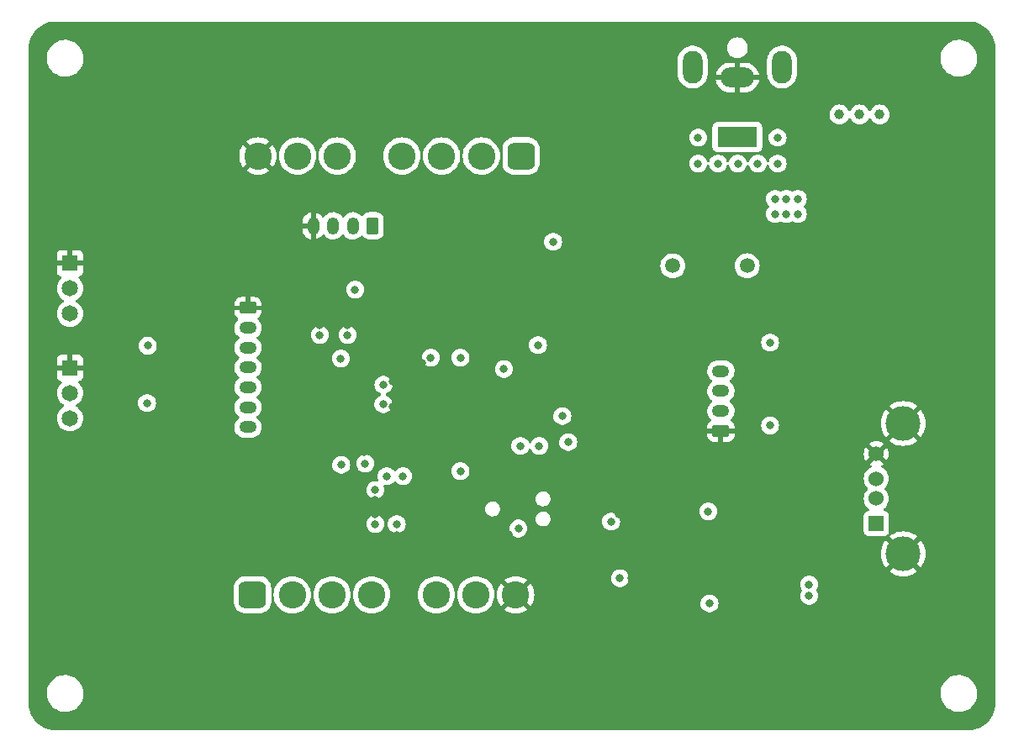
<source format=gbr>
%TF.GenerationSoftware,KiCad,Pcbnew,7.0.9*%
%TF.CreationDate,2024-01-15T17:48:45-05:00*%
%TF.ProjectId,stm32-snake-controller,73746d33-322d-4736-9e61-6b652d636f6e,A*%
%TF.SameCoordinates,Original*%
%TF.FileFunction,Copper,L3,Inr*%
%TF.FilePolarity,Positive*%
%FSLAX46Y46*%
G04 Gerber Fmt 4.6, Leading zero omitted, Abs format (unit mm)*
G04 Created by KiCad (PCBNEW 7.0.9) date 2024-01-15 17:48:45*
%MOMM*%
%LPD*%
G01*
G04 APERTURE LIST*
G04 Aperture macros list*
%AMRoundRect*
0 Rectangle with rounded corners*
0 $1 Rounding radius*
0 $2 $3 $4 $5 $6 $7 $8 $9 X,Y pos of 4 corners*
0 Add a 4 corners polygon primitive as box body*
4,1,4,$2,$3,$4,$5,$6,$7,$8,$9,$2,$3,0*
0 Add four circle primitives for the rounded corners*
1,1,$1+$1,$2,$3*
1,1,$1+$1,$4,$5*
1,1,$1+$1,$6,$7*
1,1,$1+$1,$8,$9*
0 Add four rect primitives between the rounded corners*
20,1,$1+$1,$2,$3,$4,$5,0*
20,1,$1+$1,$4,$5,$6,$7,0*
20,1,$1+$1,$6,$7,$8,$9,0*
20,1,$1+$1,$8,$9,$2,$3,0*%
G04 Aperture macros list end*
%TA.AperFunction,ComponentPad*%
%ADD10RoundRect,0.250000X-0.625000X0.350000X-0.625000X-0.350000X0.625000X-0.350000X0.625000X0.350000X0*%
%TD*%
%TA.AperFunction,ComponentPad*%
%ADD11O,1.750000X1.200000*%
%TD*%
%TA.AperFunction,ComponentPad*%
%ADD12RoundRect,0.250000X0.625000X-0.350000X0.625000X0.350000X-0.625000X0.350000X-0.625000X-0.350000X0*%
%TD*%
%TA.AperFunction,ComponentPad*%
%ADD13R,1.650000X1.650000*%
%TD*%
%TA.AperFunction,ComponentPad*%
%ADD14C,1.650000*%
%TD*%
%TA.AperFunction,ComponentPad*%
%ADD15RoundRect,0.250000X0.350000X0.625000X-0.350000X0.625000X-0.350000X-0.625000X0.350000X-0.625000X0*%
%TD*%
%TA.AperFunction,ComponentPad*%
%ADD16O,1.200000X1.750000*%
%TD*%
%TA.AperFunction,ComponentPad*%
%ADD17O,2.000000X3.300000*%
%TD*%
%TA.AperFunction,ComponentPad*%
%ADD18R,4.000000X2.000000*%
%TD*%
%TA.AperFunction,ComponentPad*%
%ADD19O,3.400000X2.000000*%
%TD*%
%TA.AperFunction,ComponentPad*%
%ADD20RoundRect,0.687500X-0.687500X-0.687500X0.687500X-0.687500X0.687500X0.687500X-0.687500X0.687500X0*%
%TD*%
%TA.AperFunction,ComponentPad*%
%ADD21C,2.750000*%
%TD*%
%TA.AperFunction,ComponentPad*%
%ADD22RoundRect,0.687500X0.687500X0.687500X-0.687500X0.687500X-0.687500X-0.687500X0.687500X-0.687500X0*%
%TD*%
%TA.AperFunction,ComponentPad*%
%ADD23R,1.524000X1.524000*%
%TD*%
%TA.AperFunction,ComponentPad*%
%ADD24C,1.524000*%
%TD*%
%TA.AperFunction,ComponentPad*%
%ADD25C,3.500000*%
%TD*%
%TA.AperFunction,ComponentPad*%
%ADD26C,1.500000*%
%TD*%
%TA.AperFunction,ViaPad*%
%ADD27C,0.800000*%
%TD*%
%TA.AperFunction,ViaPad*%
%ADD28C,1.000000*%
%TD*%
G04 APERTURE END LIST*
D10*
%TO.N,GND*%
%TO.C,OLED102*%
X22479000Y42861000D03*
D11*
%TO.N,+5V*%
X22479000Y40861000D03*
%TO.N,/MOSI*%
X22479000Y38861000D03*
%TO.N,/SPI_CLK*%
X22479000Y36861000D03*
%TO.N,/OLED_RST*%
X22479000Y34861000D03*
%TO.N,/OLED_CE*%
X22479000Y32861000D03*
%TO.N,/OLED_DC*%
X22479000Y30861000D03*
%TD*%
D12*
%TO.N,GND*%
%TO.C,OLED101*%
X70104000Y30480000D03*
D11*
%TO.N,+3V3*%
X70104000Y32480000D03*
%TO.N,/SCL*%
X70104000Y34480000D03*
%TO.N,/SDA*%
X70104000Y36480000D03*
%TD*%
D13*
%TO.N,GND*%
%TO.C,J302*%
X4562000Y36830000D03*
D14*
%TO.N,Net-(J302-Pin_2)*%
X4562000Y34290000D03*
%TO.N,VBUS*%
X4562000Y31750000D03*
%TD*%
D15*
%TO.N,+5V*%
%TO.C,J102*%
X35052000Y51139000D03*
D16*
%TO.N,/UART_TX*%
X33052000Y51139000D03*
%TO.N,/UART_RX*%
X31052000Y51139000D03*
%TO.N,GND*%
X29052000Y51139000D03*
%TD*%
D13*
%TO.N,GND*%
%TO.C,J301*%
X4562000Y47371000D03*
D14*
%TO.N,Net-(J301-Pin_2)*%
X4562000Y44831000D03*
%TO.N,VBUS*%
X4562000Y42291000D03*
%TD*%
D17*
%TO.N,*%
%TO.C,J101*%
X76262000Y67129500D03*
X67262000Y67129500D03*
D18*
%TO.N,VBUS*%
X71762000Y60079500D03*
D19*
%TO.N,GND*%
X71762000Y66079500D03*
%TD*%
D20*
%TO.N,+5V*%
%TO.C,J401*%
X22942000Y13958000D03*
D21*
%TO.N,/SNES_CLK*%
X26942000Y13958000D03*
%TO.N,/SNES_LATCH*%
X30942000Y13958000D03*
%TO.N,/SNES_DATA0*%
X34942000Y13958000D03*
%TO.N,unconnected-(J401-Pin_5-Pad5)*%
X41442000Y13958000D03*
%TO.N,unconnected-(J401-Pin_6-Pad6)*%
X45442000Y13958000D03*
%TO.N,GND*%
X49442000Y13958000D03*
%TD*%
D22*
%TO.N,+5V*%
%TO.C,J402*%
X49982000Y58178000D03*
D21*
%TO.N,/SNES_CLK*%
X45982000Y58178000D03*
%TO.N,/SNES_LATCH*%
X41982000Y58178000D03*
%TO.N,/SNES_DATA1*%
X37982000Y58178000D03*
%TO.N,unconnected-(J402-Pin_5-Pad5)*%
X31482000Y58178000D03*
%TO.N,unconnected-(J402-Pin_6-Pad6)*%
X27482000Y58178000D03*
%TO.N,GND*%
X23482000Y58178000D03*
%TD*%
D23*
%TO.N,/USB_OTG_VSEN*%
%TO.C,J501*%
X85762000Y21154000D03*
D24*
%TO.N,/USB_D_N*%
X85762000Y23654000D03*
%TO.N,/USB_D_P*%
X85762000Y25654000D03*
%TO.N,GND*%
X85762000Y28154000D03*
D25*
X88472000Y18084000D03*
X88472000Y31224000D03*
%TD*%
D26*
%TO.N,*%
%TO.C,BT101*%
X65262000Y47117000D03*
X72762000Y47117000D03*
%TD*%
D27*
%TO.N,+3V3*%
X75565000Y53848000D03*
X75565000Y52324000D03*
%TO.N,GND*%
X38100000Y24638000D03*
X37465000Y19939000D03*
X35306000Y22098000D03*
%TO.N,/SNES_CLK*%
X37465000Y21082000D03*
X35306000Y21082000D03*
%TO.N,GND*%
X32512000Y41148000D03*
X29718000Y41148000D03*
%TO.N,/MOSI*%
X29718000Y40132000D03*
X32512000Y40132000D03*
%TO.N,GND*%
X34163000Y28321000D03*
X35306000Y23495000D03*
%TO.N,/LED_GRID1*%
X36107838Y33172374D03*
X34290000Y27178000D03*
%TO.N,/LED_GRID0*%
X36121406Y35110655D03*
X35306000Y24511000D03*
%TO.N,GND*%
X37067503Y35433000D03*
X37067503Y32893000D03*
X25019000Y29718000D03*
X27686000Y27559000D03*
X59817000Y22098000D03*
X61087000Y15621000D03*
%TO.N,/NRST*%
X59055000Y21336000D03*
X59944000Y15621000D03*
%TO.N,GND*%
X55372000Y37465000D03*
%TO.N,VBUS*%
X69819000Y57404000D03*
X71819000Y57404000D03*
X73819000Y57404000D03*
X75819000Y60017000D03*
X75819000Y57404000D03*
X67819000Y57404000D03*
X67818000Y60017000D03*
%TO.N,GND*%
X17272000Y38989000D03*
X29083000Y31242000D03*
X79756000Y47117000D03*
X70839000Y9461000D03*
X81280000Y18542000D03*
X55372000Y40767000D03*
X75946000Y26924000D03*
X11049000Y27940000D03*
X80010000Y56896000D03*
X50165000Y42418000D03*
X43366200Y29523200D03*
X45847000Y45847000D03*
X76787000Y9461000D03*
X63119000Y34544000D03*
X29083000Y28194000D03*
X33528000Y42799000D03*
X55372000Y39116000D03*
X50927000Y37846000D03*
X63119000Y32004000D03*
X63881000Y2667000D03*
X77341250Y20572250D03*
X63881000Y69596000D03*
X81788000Y49403000D03*
X38100000Y42164000D03*
X79248000Y49403000D03*
X43815000Y35851500D03*
X17195800Y35179000D03*
X43180000Y50546000D03*
X40513000Y48641000D03*
X50165000Y45085000D03*
X35814000Y37211000D03*
X50927000Y20955000D03*
X17272000Y40955000D03*
X17195800Y33274000D03*
X29083000Y29718000D03*
X63119000Y35814000D03*
X47625000Y26416000D03*
X61722000Y29337000D03*
X40005000Y37338000D03*
X30226000Y37719000D03*
X41910000Y49022000D03*
X48768000Y20066000D03*
X63119000Y33274000D03*
X78459000Y8064000D03*
X61722000Y27305000D03*
X35814000Y30607000D03*
%TO.N,/NRST*%
X49720500Y20637500D03*
X40894000Y37846000D03*
%TO.N,+3V3*%
X68961000Y13081000D03*
X75062000Y39370000D03*
X76708000Y53848000D03*
X31877000Y27051000D03*
X77851000Y52324000D03*
X68834000Y22352000D03*
X53213000Y49530000D03*
X76708000Y52324000D03*
X48260000Y36703000D03*
X54142579Y31963421D03*
X43882000Y26416000D03*
X31837000Y37759000D03*
X54737000Y29337000D03*
X75062000Y31017000D03*
X77851000Y53848000D03*
X33274000Y44704000D03*
%TO.N,/VBAT*%
X43882000Y37846000D03*
X51689000Y39116000D03*
%TO.N,+5V*%
X78994000Y13843000D03*
X12387350Y39050000D03*
D28*
X84074000Y62357000D03*
X86106000Y62357000D03*
D27*
X78994000Y14986000D03*
D28*
X82042000Y62357000D03*
D27*
X12319000Y33274000D03*
%TO.N,/LED_HB*%
X49911000Y28956000D03*
X51816000Y28956000D03*
%TO.N,/SNES_CLK*%
X38100000Y25908000D03*
%TO.N,/SNES_LATCH*%
X36449000Y25908000D03*
%TD*%
%TA.AperFunction,Conductor*%
%TO.N,GND*%
G36*
X95063735Y71716402D02*
G01*
X95204940Y71708473D01*
X95360780Y71699721D01*
X95367670Y71698945D01*
X95616372Y71656689D01*
X95659257Y71649402D01*
X95666041Y71647854D01*
X95950242Y71565977D01*
X95956809Y71563678D01*
X96093428Y71507089D01*
X96230060Y71450495D01*
X96236309Y71447485D01*
X96405444Y71354008D01*
X96495170Y71304418D01*
X96501062Y71300716D01*
X96742268Y71129571D01*
X96747708Y71125233D01*
X96968236Y70928157D01*
X96973156Y70923237D01*
X97170232Y70702709D01*
X97174570Y70697269D01*
X97345715Y70456063D01*
X97349417Y70450171D01*
X97492480Y70191318D01*
X97495499Y70185049D01*
X97608677Y69911810D01*
X97610976Y69905243D01*
X97692853Y69621042D01*
X97694401Y69614258D01*
X97743942Y69322685D01*
X97744721Y69315771D01*
X97761402Y69018736D01*
X97761500Y69015259D01*
X97761500Y3018742D01*
X97761402Y3015265D01*
X97744721Y2718230D01*
X97743942Y2711316D01*
X97694401Y2419743D01*
X97692853Y2412959D01*
X97610976Y2128758D01*
X97608677Y2122191D01*
X97495499Y1848952D01*
X97492480Y1842683D01*
X97349417Y1583830D01*
X97345715Y1577938D01*
X97174570Y1336732D01*
X97170232Y1331292D01*
X96973156Y1110764D01*
X96968236Y1105844D01*
X96747708Y908768D01*
X96742268Y904430D01*
X96501062Y733285D01*
X96495170Y729583D01*
X96236317Y586520D01*
X96230048Y583501D01*
X95956809Y470323D01*
X95950242Y468024D01*
X95666041Y386147D01*
X95659257Y384599D01*
X95367684Y335058D01*
X95360770Y334279D01*
X95063735Y317598D01*
X95060258Y317500D01*
X3063742Y317500D01*
X3060265Y317598D01*
X2763229Y334279D01*
X2756315Y335058D01*
X2464742Y384599D01*
X2457958Y386147D01*
X2173757Y468024D01*
X2167190Y470323D01*
X1932282Y567624D01*
X1893947Y583503D01*
X1887682Y586520D01*
X1628829Y729583D01*
X1622937Y733285D01*
X1381731Y904430D01*
X1376291Y908768D01*
X1155763Y1105844D01*
X1150843Y1110764D01*
X953767Y1331292D01*
X949429Y1336732D01*
X778284Y1577938D01*
X774582Y1583830D01*
X637101Y1832584D01*
X631515Y1842691D01*
X628505Y1848940D01*
X571911Y1985572D01*
X515322Y2122191D01*
X513023Y2128758D01*
X431146Y2412959D01*
X429598Y2419743D01*
X393005Y2635113D01*
X380055Y2711330D01*
X379279Y2718220D01*
X366971Y2937395D01*
X362598Y3015265D01*
X362500Y3018742D01*
X362500Y3949237D01*
X2207787Y3949237D01*
X2237413Y3679987D01*
X2237415Y3679976D01*
X2305926Y3417918D01*
X2305928Y3417912D01*
X2411870Y3168610D01*
X2552979Y2937395D01*
X2552986Y2937385D01*
X2726253Y2729181D01*
X2726259Y2729176D01*
X2746192Y2711316D01*
X2927998Y2548418D01*
X3153910Y2398956D01*
X3399176Y2283980D01*
X3399183Y2283978D01*
X3399185Y2283977D01*
X3658557Y2205943D01*
X3658564Y2205942D01*
X3658569Y2205940D01*
X3926561Y2166500D01*
X3926566Y2166500D01*
X4129636Y2166500D01*
X4181133Y2170270D01*
X4332156Y2181323D01*
X4444758Y2206407D01*
X4596546Y2240218D01*
X4596548Y2240219D01*
X4596553Y2240220D01*
X4849558Y2336986D01*
X5085777Y2469559D01*
X5300177Y2635112D01*
X5488186Y2830119D01*
X5645799Y3050421D01*
X5719787Y3194331D01*
X5769649Y3291310D01*
X5769651Y3291316D01*
X5769656Y3291325D01*
X5857118Y3547695D01*
X5906319Y3814067D01*
X5911259Y3949237D01*
X92207787Y3949237D01*
X92237413Y3679987D01*
X92237415Y3679976D01*
X92305926Y3417918D01*
X92305928Y3417912D01*
X92411870Y3168610D01*
X92552979Y2937395D01*
X92552986Y2937385D01*
X92726253Y2729181D01*
X92726259Y2729176D01*
X92746192Y2711316D01*
X92927998Y2548418D01*
X93153910Y2398956D01*
X93399176Y2283980D01*
X93399183Y2283978D01*
X93399185Y2283977D01*
X93658557Y2205943D01*
X93658564Y2205942D01*
X93658569Y2205940D01*
X93926561Y2166500D01*
X93926566Y2166500D01*
X94129636Y2166500D01*
X94181133Y2170270D01*
X94332156Y2181323D01*
X94444758Y2206407D01*
X94596546Y2240218D01*
X94596548Y2240219D01*
X94596553Y2240220D01*
X94849558Y2336986D01*
X95085777Y2469559D01*
X95300177Y2635112D01*
X95488186Y2830119D01*
X95645799Y3050421D01*
X95719787Y3194331D01*
X95769649Y3291310D01*
X95769651Y3291316D01*
X95769656Y3291325D01*
X95857118Y3547695D01*
X95906319Y3814067D01*
X95916212Y4084765D01*
X95886586Y4354018D01*
X95818072Y4616088D01*
X95712130Y4865390D01*
X95571018Y5096610D01*
X95481747Y5203881D01*
X95397746Y5304820D01*
X95397740Y5304825D01*
X95196002Y5485582D01*
X94970092Y5635043D01*
X94970090Y5635044D01*
X94724824Y5750020D01*
X94724819Y5750022D01*
X94724814Y5750024D01*
X94465442Y5828058D01*
X94465428Y5828061D01*
X94349791Y5845079D01*
X94197439Y5867500D01*
X93994369Y5867500D01*
X93994364Y5867500D01*
X93791844Y5852677D01*
X93791831Y5852675D01*
X93527453Y5793783D01*
X93527446Y5793780D01*
X93274439Y5697013D01*
X93038226Y5564443D01*
X92823822Y5398888D01*
X92635822Y5203891D01*
X92635816Y5203884D01*
X92478202Y4983581D01*
X92478199Y4983576D01*
X92354350Y4742691D01*
X92354343Y4742673D01*
X92266884Y4486315D01*
X92266881Y4486301D01*
X92217681Y4219932D01*
X92217680Y4219925D01*
X92207787Y3949237D01*
X5911259Y3949237D01*
X5916212Y4084765D01*
X5886586Y4354018D01*
X5818072Y4616088D01*
X5712130Y4865390D01*
X5571018Y5096610D01*
X5481747Y5203881D01*
X5397746Y5304820D01*
X5397740Y5304825D01*
X5196002Y5485582D01*
X4970092Y5635043D01*
X4970090Y5635044D01*
X4724824Y5750020D01*
X4724819Y5750022D01*
X4724814Y5750024D01*
X4465442Y5828058D01*
X4465428Y5828061D01*
X4349791Y5845079D01*
X4197439Y5867500D01*
X3994369Y5867500D01*
X3994364Y5867500D01*
X3791844Y5852677D01*
X3791831Y5852675D01*
X3527453Y5793783D01*
X3527446Y5793780D01*
X3274439Y5697013D01*
X3038226Y5564443D01*
X2823822Y5398888D01*
X2635822Y5203891D01*
X2635816Y5203884D01*
X2478202Y4983581D01*
X2478199Y4983576D01*
X2354350Y4742691D01*
X2354343Y4742673D01*
X2266884Y4486315D01*
X2266881Y4486301D01*
X2217681Y4219932D01*
X2217680Y4219925D01*
X2207787Y3949237D01*
X362500Y3949237D01*
X362500Y13958001D01*
X21066500Y13958001D01*
X21066501Y13197171D01*
X21066501Y13197170D01*
X21072850Y13105673D01*
X21072852Y13105658D01*
X21123256Y12891355D01*
X21123261Y12891340D01*
X21212185Y12689946D01*
X21212189Y12689938D01*
X21212190Y12689937D01*
X21336615Y12508298D01*
X21492298Y12352615D01*
X21573707Y12296849D01*
X21673937Y12228190D01*
X21673945Y12228186D01*
X21875339Y12139262D01*
X21875346Y12139259D01*
X21875352Y12139258D01*
X21875354Y12139257D01*
X22089656Y12088853D01*
X22089661Y12088853D01*
X22089667Y12088851D01*
X22181167Y12082500D01*
X22181168Y12082501D01*
X22181169Y12082500D01*
X22789833Y12082501D01*
X23702832Y12082501D01*
X23794333Y12088851D01*
X23828339Y12096849D01*
X24008645Y12139257D01*
X24008643Y12139257D01*
X24008654Y12139259D01*
X24210063Y12228190D01*
X24391702Y12352615D01*
X24547385Y12508298D01*
X24671810Y12689937D01*
X24760741Y12891346D01*
X24782029Y12981858D01*
X24811147Y13105657D01*
X24811147Y13105661D01*
X24811149Y13105667D01*
X24817500Y13197167D01*
X24817499Y13900576D01*
X24834059Y13956975D01*
X25046681Y13956975D01*
X25060476Y13935509D01*
X25065183Y13909421D01*
X25080848Y13690405D01*
X25080849Y13690399D01*
X25137872Y13428266D01*
X25231627Y13176898D01*
X25231629Y13176894D01*
X25360195Y12941444D01*
X25360200Y12941436D01*
X25520964Y12726679D01*
X25520980Y12726661D01*
X25710660Y12536981D01*
X25710678Y12536965D01*
X25925435Y12376201D01*
X25925443Y12376196D01*
X26160893Y12247630D01*
X26160897Y12247628D01*
X26160899Y12247627D01*
X26412261Y12153874D01*
X26412264Y12153874D01*
X26412265Y12153873D01*
X26610126Y12110832D01*
X26674407Y12096848D01*
X26921385Y12079184D01*
X26941999Y12077709D01*
X26942000Y12077709D01*
X26942001Y12077709D01*
X26961140Y12079078D01*
X27209593Y12096848D01*
X27471739Y12153874D01*
X27723101Y12247627D01*
X27958562Y12376199D01*
X28173329Y12536971D01*
X28363029Y12726671D01*
X28523801Y12941438D01*
X28652373Y13176899D01*
X28746126Y13428261D01*
X28803152Y13690407D01*
X28818316Y13902423D01*
X28838000Y13955200D01*
X29043910Y13955200D01*
X29063166Y13919935D01*
X29065684Y13902423D01*
X29080848Y13690406D01*
X29080849Y13690399D01*
X29137872Y13428266D01*
X29231627Y13176898D01*
X29231629Y13176894D01*
X29360195Y12941444D01*
X29360200Y12941436D01*
X29520964Y12726679D01*
X29520980Y12726661D01*
X29710660Y12536981D01*
X29710678Y12536965D01*
X29925435Y12376201D01*
X29925443Y12376196D01*
X30160893Y12247630D01*
X30160897Y12247628D01*
X30160899Y12247627D01*
X30412261Y12153874D01*
X30412264Y12153874D01*
X30412265Y12153873D01*
X30610126Y12110832D01*
X30674407Y12096848D01*
X30921385Y12079184D01*
X30941999Y12077709D01*
X30942000Y12077709D01*
X30942001Y12077709D01*
X30961140Y12079078D01*
X31209593Y12096848D01*
X31471739Y12153874D01*
X31723101Y12247627D01*
X31958562Y12376199D01*
X32173329Y12536971D01*
X32363029Y12726671D01*
X32523801Y12941438D01*
X32652373Y13176899D01*
X32746126Y13428261D01*
X32803152Y13690407D01*
X32818316Y13902423D01*
X32838000Y13955200D01*
X33043910Y13955200D01*
X33063166Y13919935D01*
X33065684Y13902423D01*
X33080848Y13690406D01*
X33080849Y13690399D01*
X33137872Y13428266D01*
X33231627Y13176898D01*
X33231629Y13176894D01*
X33360195Y12941444D01*
X33360200Y12941436D01*
X33520964Y12726679D01*
X33520980Y12726661D01*
X33710660Y12536981D01*
X33710678Y12536965D01*
X33925435Y12376201D01*
X33925443Y12376196D01*
X34160893Y12247630D01*
X34160897Y12247628D01*
X34160899Y12247627D01*
X34412261Y12153874D01*
X34412264Y12153874D01*
X34412265Y12153873D01*
X34610126Y12110832D01*
X34674407Y12096848D01*
X34921385Y12079184D01*
X34941999Y12077709D01*
X34942000Y12077709D01*
X34942001Y12077709D01*
X34961140Y12079078D01*
X35209593Y12096848D01*
X35471739Y12153874D01*
X35723101Y12247627D01*
X35958562Y12376199D01*
X36173329Y12536971D01*
X36363029Y12726671D01*
X36523801Y12941438D01*
X36652373Y13176899D01*
X36746126Y13428261D01*
X36803152Y13690407D01*
X36822291Y13957999D01*
X39561709Y13957999D01*
X39580848Y13690406D01*
X39580849Y13690399D01*
X39637872Y13428266D01*
X39731627Y13176898D01*
X39731629Y13176894D01*
X39860195Y12941444D01*
X39860200Y12941436D01*
X40020964Y12726679D01*
X40020980Y12726661D01*
X40210660Y12536981D01*
X40210678Y12536965D01*
X40425435Y12376201D01*
X40425443Y12376196D01*
X40660893Y12247630D01*
X40660897Y12247628D01*
X40660899Y12247627D01*
X40912261Y12153874D01*
X40912264Y12153874D01*
X40912265Y12153873D01*
X41110126Y12110832D01*
X41174407Y12096848D01*
X41421385Y12079184D01*
X41441999Y12077709D01*
X41442000Y12077709D01*
X41442001Y12077709D01*
X41461140Y12079078D01*
X41709593Y12096848D01*
X41971739Y12153874D01*
X42223101Y12247627D01*
X42458562Y12376199D01*
X42673329Y12536971D01*
X42863029Y12726671D01*
X43023801Y12941438D01*
X43152373Y13176899D01*
X43246126Y13428261D01*
X43303152Y13690407D01*
X43318316Y13902423D01*
X43338000Y13955200D01*
X43543910Y13955200D01*
X43563166Y13919935D01*
X43565684Y13902423D01*
X43580848Y13690406D01*
X43580849Y13690399D01*
X43637872Y13428266D01*
X43731627Y13176898D01*
X43731629Y13176894D01*
X43860195Y12941444D01*
X43860200Y12941436D01*
X44020964Y12726679D01*
X44020980Y12726661D01*
X44210660Y12536981D01*
X44210678Y12536965D01*
X44425435Y12376201D01*
X44425443Y12376196D01*
X44660893Y12247630D01*
X44660897Y12247628D01*
X44660899Y12247627D01*
X44912261Y12153874D01*
X44912264Y12153874D01*
X44912265Y12153873D01*
X45110126Y12110832D01*
X45174407Y12096848D01*
X45421385Y12079184D01*
X45441999Y12077709D01*
X45442000Y12077709D01*
X45442001Y12077709D01*
X45461140Y12079078D01*
X45709593Y12096848D01*
X45971739Y12153874D01*
X46223101Y12247627D01*
X46458562Y12376199D01*
X46673329Y12536971D01*
X46863029Y12726671D01*
X47023801Y12941438D01*
X47152373Y13176899D01*
X47246126Y13428261D01*
X47303152Y13690407D01*
X47318567Y13905932D01*
X47337189Y13955861D01*
X47545716Y13955861D01*
X47563417Y13923444D01*
X47565935Y13905932D01*
X47581345Y13690477D01*
X47581346Y13690470D01*
X47638354Y13428407D01*
X47732084Y13177106D01*
X47732086Y13177102D01*
X47860617Y12941715D01*
X47860622Y12941707D01*
X47951180Y12820736D01*
X47951181Y12820735D01*
X48764804Y13634358D01*
X48788059Y13580447D01*
X48892756Y13439815D01*
X49027062Y13327118D01*
X49118665Y13281114D01*
X48304733Y12467183D01*
X48304734Y12467182D01*
X48425706Y12376623D01*
X48425714Y12376618D01*
X48661101Y12248087D01*
X48661105Y12248085D01*
X48912406Y12154355D01*
X49174469Y12097347D01*
X49174476Y12097346D01*
X49441999Y12078211D01*
X49442001Y12078211D01*
X49709523Y12097346D01*
X49709530Y12097347D01*
X49971593Y12154355D01*
X50222894Y12248085D01*
X50222898Y12248087D01*
X50458294Y12376623D01*
X50579264Y12467182D01*
X50579265Y12467183D01*
X49767945Y13278502D01*
X49780891Y13283213D01*
X49927373Y13379555D01*
X50047688Y13507082D01*
X50120447Y13633106D01*
X50932817Y12820735D01*
X50932818Y12820736D01*
X51023377Y12941706D01*
X51099437Y13081000D01*
X68055540Y13081000D01*
X68075326Y12892744D01*
X68075327Y12892741D01*
X68133818Y12712723D01*
X68133821Y12712716D01*
X68228467Y12548784D01*
X68301941Y12467183D01*
X68355129Y12408112D01*
X68508265Y12296852D01*
X68508270Y12296849D01*
X68681192Y12219858D01*
X68681197Y12219856D01*
X68866354Y12180500D01*
X68866355Y12180500D01*
X69055644Y12180500D01*
X69055646Y12180500D01*
X69240803Y12219856D01*
X69413730Y12296849D01*
X69566871Y12408112D01*
X69693533Y12548784D01*
X69788179Y12712716D01*
X69846674Y12892744D01*
X69866460Y13081000D01*
X69846674Y13269256D01*
X69788179Y13449284D01*
X69693533Y13613216D01*
X69566871Y13753888D01*
X69566870Y13753889D01*
X69444219Y13843000D01*
X78088540Y13843000D01*
X78108326Y13654744D01*
X78108327Y13654741D01*
X78166818Y13474723D01*
X78166821Y13474716D01*
X78261467Y13310784D01*
X78381832Y13177106D01*
X78388129Y13170112D01*
X78541265Y13058852D01*
X78541270Y13058849D01*
X78714192Y12981858D01*
X78714197Y12981856D01*
X78899354Y12942500D01*
X78899355Y12942500D01*
X79088644Y12942500D01*
X79088646Y12942500D01*
X79273803Y12981856D01*
X79446730Y13058849D01*
X79599871Y13170112D01*
X79726533Y13310784D01*
X79821179Y13474716D01*
X79879674Y13654744D01*
X79899460Y13843000D01*
X79879674Y14031256D01*
X79821179Y14211284D01*
X79739647Y14352501D01*
X79723175Y14420400D01*
X79739648Y14476500D01*
X79746053Y14487594D01*
X79821179Y14617716D01*
X79879674Y14797744D01*
X79899460Y14986000D01*
X79879674Y15174256D01*
X79821179Y15354284D01*
X79726533Y15518216D01*
X79599871Y15658888D01*
X79586816Y15668373D01*
X79446734Y15770149D01*
X79446729Y15770152D01*
X79273807Y15847143D01*
X79273802Y15847145D01*
X79128001Y15878135D01*
X79088646Y15886500D01*
X78899354Y15886500D01*
X78866897Y15879602D01*
X78714197Y15847145D01*
X78714192Y15847143D01*
X78541270Y15770152D01*
X78541265Y15770149D01*
X78388129Y15658889D01*
X78261466Y15518215D01*
X78166821Y15354285D01*
X78166818Y15354278D01*
X78113221Y15189322D01*
X78108326Y15174256D01*
X78088540Y14986000D01*
X78108326Y14797744D01*
X78108327Y14797741D01*
X78166818Y14617723D01*
X78166820Y14617719D01*
X78166821Y14617716D01*
X78213743Y14536445D01*
X78248352Y14476499D01*
X78264824Y14408599D01*
X78248352Y14352501D01*
X78224711Y14311553D01*
X78175043Y14225524D01*
X78166820Y14211282D01*
X78166818Y14211278D01*
X78127128Y14089123D01*
X78108326Y14031256D01*
X78088540Y13843000D01*
X69444219Y13843000D01*
X69413734Y13865149D01*
X69413729Y13865152D01*
X69240807Y13942143D01*
X69240802Y13942145D01*
X69095001Y13973135D01*
X69055646Y13981500D01*
X68866354Y13981500D01*
X68833897Y13974602D01*
X68681197Y13942145D01*
X68681192Y13942143D01*
X68508270Y13865152D01*
X68508265Y13865149D01*
X68355129Y13753889D01*
X68228466Y13613215D01*
X68133821Y13449285D01*
X68133818Y13449278D01*
X68088820Y13310786D01*
X68075326Y13269256D01*
X68055540Y13081000D01*
X51099437Y13081000D01*
X51151913Y13177102D01*
X51151915Y13177106D01*
X51245645Y13428407D01*
X51302653Y13690470D01*
X51302654Y13690477D01*
X51321789Y13957999D01*
X51321789Y13958002D01*
X51302654Y14225524D01*
X51302653Y14225531D01*
X51245645Y14487594D01*
X51151915Y14738895D01*
X51151913Y14738899D01*
X51023382Y14974286D01*
X51023377Y14974294D01*
X50932818Y15095266D01*
X50932817Y15095267D01*
X50119195Y14281644D01*
X50095941Y14335553D01*
X49991244Y14476185D01*
X49856938Y14588882D01*
X49765334Y14634887D01*
X50579265Y15448819D01*
X50579264Y15448820D01*
X50458293Y15539378D01*
X50458285Y15539383D01*
X50308815Y15621000D01*
X59038540Y15621000D01*
X59058326Y15432744D01*
X59058327Y15432741D01*
X59116818Y15252723D01*
X59116821Y15252716D01*
X59211467Y15088784D01*
X59314311Y14974565D01*
X59338129Y14948112D01*
X59491265Y14836852D01*
X59491270Y14836849D01*
X59664192Y14759858D01*
X59664197Y14759856D01*
X59849354Y14720500D01*
X59849355Y14720500D01*
X60038644Y14720500D01*
X60038646Y14720500D01*
X60223803Y14759856D01*
X60396730Y14836849D01*
X60549871Y14948112D01*
X60676533Y15088784D01*
X60771179Y15252716D01*
X60829674Y15432744D01*
X60849460Y15621000D01*
X60829674Y15809256D01*
X60771179Y15989284D01*
X60676533Y16153216D01*
X60549871Y16293888D01*
X60549870Y16293889D01*
X60396734Y16405149D01*
X60396729Y16405152D01*
X60223807Y16482143D01*
X60223802Y16482145D01*
X60078001Y16513135D01*
X60038646Y16521500D01*
X59849354Y16521500D01*
X59816897Y16514602D01*
X59664197Y16482145D01*
X59664192Y16482143D01*
X59491270Y16405152D01*
X59491265Y16405149D01*
X59338129Y16293889D01*
X59211466Y16153215D01*
X59116821Y15989285D01*
X59116818Y15989278D01*
X59058327Y15809260D01*
X59058326Y15809256D01*
X59038540Y15621000D01*
X50308815Y15621000D01*
X50222898Y15667914D01*
X50222894Y15667916D01*
X49971593Y15761646D01*
X49709530Y15818654D01*
X49709523Y15818655D01*
X49442001Y15837789D01*
X49441999Y15837789D01*
X49174476Y15818655D01*
X49174469Y15818654D01*
X48912406Y15761646D01*
X48661105Y15667916D01*
X48661101Y15667914D01*
X48425714Y15539383D01*
X48425706Y15539378D01*
X48304733Y15448820D01*
X49116054Y14637499D01*
X49103109Y14632787D01*
X48956627Y14536445D01*
X48836312Y14408918D01*
X48763552Y14282895D01*
X47951180Y15095267D01*
X47860622Y14974294D01*
X47860617Y14974286D01*
X47732086Y14738899D01*
X47732084Y14738895D01*
X47638354Y14487594D01*
X47581346Y14225531D01*
X47581345Y14225524D01*
X47565935Y14010069D01*
X47545716Y13955861D01*
X47337189Y13955861D01*
X47338785Y13960141D01*
X47321085Y13992557D01*
X47318567Y14010069D01*
X47316665Y14036650D01*
X47303152Y14225593D01*
X47260775Y14420400D01*
X47246127Y14487735D01*
X47227959Y14536445D01*
X47152373Y14739101D01*
X47120351Y14797744D01*
X47023804Y14974557D01*
X47023799Y14974565D01*
X46863035Y15189322D01*
X46863019Y15189340D01*
X46673339Y15379020D01*
X46673321Y15379036D01*
X46458564Y15539800D01*
X46458556Y15539805D01*
X46223106Y15668371D01*
X46223102Y15668373D01*
X45971734Y15762128D01*
X45709601Y15819151D01*
X45709594Y15819152D01*
X45442001Y15838291D01*
X45441999Y15838291D01*
X45174405Y15819152D01*
X45174398Y15819151D01*
X44912265Y15762128D01*
X44660897Y15668373D01*
X44660893Y15668371D01*
X44425443Y15539805D01*
X44425435Y15539800D01*
X44210678Y15379036D01*
X44210660Y15379020D01*
X44020980Y15189340D01*
X44020964Y15189322D01*
X43860200Y14974565D01*
X43860195Y14974557D01*
X43731629Y14739107D01*
X43731627Y14739103D01*
X43637872Y14487735D01*
X43580849Y14225602D01*
X43580848Y14225595D01*
X43565684Y14013578D01*
X43543910Y13955200D01*
X43338000Y13955200D01*
X43340089Y13960802D01*
X43320834Y13996066D01*
X43318316Y14013578D01*
X43316816Y14034546D01*
X43303152Y14225593D01*
X43260775Y14420400D01*
X43246127Y14487735D01*
X43227959Y14536445D01*
X43152373Y14739101D01*
X43120351Y14797744D01*
X43023804Y14974557D01*
X43023799Y14974565D01*
X42863035Y15189322D01*
X42863019Y15189340D01*
X42673339Y15379020D01*
X42673321Y15379036D01*
X42458564Y15539800D01*
X42458556Y15539805D01*
X42223106Y15668371D01*
X42223102Y15668373D01*
X41971734Y15762128D01*
X41709601Y15819151D01*
X41709594Y15819152D01*
X41442001Y15838291D01*
X41441999Y15838291D01*
X41174405Y15819152D01*
X41174398Y15819151D01*
X40912265Y15762128D01*
X40660897Y15668373D01*
X40660893Y15668371D01*
X40425443Y15539805D01*
X40425435Y15539800D01*
X40210678Y15379036D01*
X40210660Y15379020D01*
X40020980Y15189340D01*
X40020964Y15189322D01*
X39860200Y14974565D01*
X39860195Y14974557D01*
X39731629Y14739107D01*
X39731627Y14739103D01*
X39637872Y14487735D01*
X39580849Y14225602D01*
X39580848Y14225595D01*
X39561709Y13958002D01*
X39561709Y13957999D01*
X36822291Y13957999D01*
X36822291Y13958000D01*
X36803152Y14225593D01*
X36760775Y14420400D01*
X36746127Y14487735D01*
X36727959Y14536445D01*
X36652373Y14739101D01*
X36620351Y14797744D01*
X36523804Y14974557D01*
X36523799Y14974565D01*
X36363035Y15189322D01*
X36363019Y15189340D01*
X36173339Y15379020D01*
X36173321Y15379036D01*
X35958564Y15539800D01*
X35958556Y15539805D01*
X35723106Y15668371D01*
X35723102Y15668373D01*
X35471734Y15762128D01*
X35209601Y15819151D01*
X35209594Y15819152D01*
X34942001Y15838291D01*
X34941999Y15838291D01*
X34674405Y15819152D01*
X34674398Y15819151D01*
X34412265Y15762128D01*
X34160897Y15668373D01*
X34160893Y15668371D01*
X33925443Y15539805D01*
X33925435Y15539800D01*
X33710678Y15379036D01*
X33710660Y15379020D01*
X33520980Y15189340D01*
X33520964Y15189322D01*
X33360200Y14974565D01*
X33360195Y14974557D01*
X33231629Y14739107D01*
X33231627Y14739103D01*
X33137872Y14487735D01*
X33080849Y14225602D01*
X33080848Y14225595D01*
X33065684Y14013578D01*
X33043910Y13955200D01*
X32838000Y13955200D01*
X32840089Y13960802D01*
X32820834Y13996066D01*
X32818316Y14013578D01*
X32816816Y14034546D01*
X32803152Y14225593D01*
X32760775Y14420400D01*
X32746127Y14487735D01*
X32727959Y14536445D01*
X32652373Y14739101D01*
X32620351Y14797744D01*
X32523804Y14974557D01*
X32523799Y14974565D01*
X32363035Y15189322D01*
X32363019Y15189340D01*
X32173339Y15379020D01*
X32173321Y15379036D01*
X31958564Y15539800D01*
X31958556Y15539805D01*
X31723106Y15668371D01*
X31723102Y15668373D01*
X31471734Y15762128D01*
X31209601Y15819151D01*
X31209594Y15819152D01*
X30942001Y15838291D01*
X30941999Y15838291D01*
X30674405Y15819152D01*
X30674398Y15819151D01*
X30412265Y15762128D01*
X30160897Y15668373D01*
X30160893Y15668371D01*
X29925443Y15539805D01*
X29925435Y15539800D01*
X29710678Y15379036D01*
X29710660Y15379020D01*
X29520980Y15189340D01*
X29520964Y15189322D01*
X29360200Y14974565D01*
X29360195Y14974557D01*
X29231629Y14739107D01*
X29231627Y14739103D01*
X29137872Y14487735D01*
X29080849Y14225602D01*
X29080848Y14225595D01*
X29065684Y14013578D01*
X29043910Y13955200D01*
X28838000Y13955200D01*
X28840089Y13960802D01*
X28820834Y13996066D01*
X28818316Y14013578D01*
X28816816Y14034546D01*
X28803152Y14225593D01*
X28760775Y14420400D01*
X28746127Y14487735D01*
X28727959Y14536445D01*
X28652373Y14739101D01*
X28620351Y14797744D01*
X28523804Y14974557D01*
X28523799Y14974565D01*
X28363035Y15189322D01*
X28363019Y15189340D01*
X28173339Y15379020D01*
X28173321Y15379036D01*
X27958564Y15539800D01*
X27958556Y15539805D01*
X27723106Y15668371D01*
X27723102Y15668373D01*
X27471734Y15762128D01*
X27209601Y15819151D01*
X27209594Y15819152D01*
X26942001Y15838291D01*
X26941999Y15838291D01*
X26674405Y15819152D01*
X26674398Y15819151D01*
X26412265Y15762128D01*
X26160897Y15668373D01*
X26160893Y15668371D01*
X25925443Y15539805D01*
X25925435Y15539800D01*
X25710678Y15379036D01*
X25710660Y15379020D01*
X25520980Y15189340D01*
X25520964Y15189322D01*
X25360200Y14974565D01*
X25360195Y14974557D01*
X25231629Y14739107D01*
X25231627Y14739103D01*
X25137872Y14487735D01*
X25080849Y14225602D01*
X25080848Y14225596D01*
X25065183Y14006579D01*
X25046681Y13956975D01*
X24834059Y13956975D01*
X24835387Y13961498D01*
X24820333Y13989068D01*
X24817499Y14015426D01*
X24817499Y14718830D01*
X24817383Y14720500D01*
X24811149Y14810333D01*
X24811146Y14810344D01*
X24760743Y15024646D01*
X24760742Y15024648D01*
X24760741Y15024654D01*
X24694685Y15174256D01*
X24671814Y15226055D01*
X24671810Y15226063D01*
X24653552Y15252716D01*
X24547385Y15407702D01*
X24391702Y15563385D01*
X24210063Y15687810D01*
X24210064Y15687810D01*
X24210062Y15687811D01*
X24210054Y15687815D01*
X24008660Y15776739D01*
X24008645Y15776744D01*
X23794343Y15827148D01*
X23794328Y15827150D01*
X23718873Y15832387D01*
X23702833Y15833500D01*
X23702831Y15833500D01*
X23094167Y15833500D01*
X22181168Y15833499D01*
X22165131Y15832387D01*
X22089672Y15827150D01*
X22089657Y15827148D01*
X21875354Y15776744D01*
X21875339Y15776739D01*
X21673945Y15687815D01*
X21673937Y15687811D01*
X21492299Y15563386D01*
X21492293Y15563381D01*
X21336619Y15407707D01*
X21336614Y15407701D01*
X21212189Y15226063D01*
X21212185Y15226055D01*
X21123261Y15024661D01*
X21123256Y15024646D01*
X21072852Y14810344D01*
X21072850Y14810329D01*
X21067523Y14733581D01*
X21066500Y14718833D01*
X21066500Y13958001D01*
X362500Y13958001D01*
X362500Y18084000D01*
X86217172Y18084000D01*
X86236462Y17789688D01*
X86236464Y17789676D01*
X86294001Y17500416D01*
X86294005Y17500401D01*
X86388812Y17221112D01*
X86519258Y16956594D01*
X86519265Y16956581D01*
X86683122Y16711352D01*
X86712406Y16677961D01*
X87501438Y17466993D01*
X87550348Y17388001D01*
X87693931Y17230499D01*
X87852388Y17110837D01*
X87065959Y16324408D01*
X87065959Y16324407D01*
X87099344Y16295128D01*
X87099348Y16295125D01*
X87344580Y16131266D01*
X87344593Y16131259D01*
X87609111Y16000813D01*
X87888400Y15906006D01*
X87888415Y15906002D01*
X88177675Y15848465D01*
X88177687Y15848463D01*
X88472000Y15829173D01*
X88766312Y15848463D01*
X88766324Y15848465D01*
X89055584Y15906002D01*
X89055599Y15906006D01*
X89334888Y16000813D01*
X89599406Y16131259D01*
X89599419Y16131266D01*
X89844650Y16295123D01*
X89878039Y16324407D01*
X89878040Y16324408D01*
X89091611Y17110837D01*
X89250069Y17230499D01*
X89393652Y17388001D01*
X89442560Y17466992D01*
X90231592Y16677960D01*
X90231593Y16677961D01*
X90260877Y16711350D01*
X90424734Y16956581D01*
X90424741Y16956594D01*
X90555187Y17221112D01*
X90649994Y17500401D01*
X90649998Y17500416D01*
X90707535Y17789676D01*
X90707537Y17789688D01*
X90726827Y18084000D01*
X90707537Y18378313D01*
X90707535Y18378325D01*
X90649998Y18667585D01*
X90649994Y18667600D01*
X90555187Y18946889D01*
X90424741Y19211407D01*
X90424734Y19211420D01*
X90260875Y19456652D01*
X90260872Y19456656D01*
X90231593Y19490041D01*
X90231592Y19490041D01*
X89442560Y18701009D01*
X89393652Y18779999D01*
X89250069Y18937501D01*
X89091610Y19057165D01*
X89878039Y19843594D01*
X89844648Y19872878D01*
X89599419Y20036735D01*
X89599406Y20036742D01*
X89334888Y20167188D01*
X89055599Y20261995D01*
X89055584Y20261999D01*
X88766324Y20319536D01*
X88766312Y20319538D01*
X88472000Y20338828D01*
X88177687Y20319538D01*
X88177675Y20319536D01*
X87888415Y20261999D01*
X87888400Y20261995D01*
X87609111Y20167188D01*
X87344593Y20036742D01*
X87344580Y20036735D01*
X87099350Y19872877D01*
X87065958Y19843594D01*
X87852388Y19057164D01*
X87693931Y18937501D01*
X87550348Y18779999D01*
X87501439Y18701009D01*
X86712406Y19490042D01*
X86683123Y19456650D01*
X86519265Y19211420D01*
X86519258Y19211407D01*
X86388812Y18946889D01*
X86294005Y18667600D01*
X86294001Y18667585D01*
X86236464Y18378325D01*
X86236462Y18378313D01*
X86217172Y18084000D01*
X362500Y18084000D01*
X362500Y21082000D01*
X34400540Y21082000D01*
X34420326Y20893744D01*
X34420327Y20893741D01*
X34478818Y20713723D01*
X34478821Y20713716D01*
X34573467Y20549784D01*
X34640931Y20474858D01*
X34700129Y20409112D01*
X34853265Y20297852D01*
X34853270Y20297849D01*
X35026192Y20220858D01*
X35026197Y20220856D01*
X35211354Y20181500D01*
X35211355Y20181500D01*
X35400644Y20181500D01*
X35400646Y20181500D01*
X35585803Y20220856D01*
X35758730Y20297849D01*
X35911871Y20409112D01*
X36038533Y20549784D01*
X36133179Y20713716D01*
X36191674Y20893744D01*
X36211460Y21082000D01*
X36559540Y21082000D01*
X36579326Y20893744D01*
X36579327Y20893741D01*
X36637818Y20713723D01*
X36637821Y20713716D01*
X36732467Y20549784D01*
X36799931Y20474858D01*
X36859129Y20409112D01*
X37012265Y20297852D01*
X37012270Y20297849D01*
X37185192Y20220858D01*
X37185197Y20220856D01*
X37370354Y20181500D01*
X37370355Y20181500D01*
X37559644Y20181500D01*
X37559646Y20181500D01*
X37744803Y20220856D01*
X37917730Y20297849D01*
X38070871Y20409112D01*
X38197533Y20549784D01*
X38248176Y20637500D01*
X48815040Y20637500D01*
X48834826Y20449244D01*
X48834827Y20449241D01*
X48893318Y20269223D01*
X48893321Y20269216D01*
X48987967Y20105284D01*
X49049683Y20036742D01*
X49114629Y19964612D01*
X49267765Y19853352D01*
X49267770Y19853349D01*
X49440692Y19776358D01*
X49440697Y19776356D01*
X49625854Y19737000D01*
X49625855Y19737000D01*
X49815144Y19737000D01*
X49815146Y19737000D01*
X50000303Y19776356D01*
X50173230Y19853349D01*
X50326371Y19964612D01*
X50453033Y20105284D01*
X50547679Y20269216D01*
X50606174Y20449244D01*
X50625960Y20637500D01*
X50606174Y20825756D01*
X50547679Y21005784D01*
X50453033Y21169716D01*
X50326371Y21310388D01*
X50326370Y21310389D01*
X50173234Y21421649D01*
X50173229Y21421652D01*
X50000307Y21498643D01*
X50000302Y21498645D01*
X49854501Y21529635D01*
X49815146Y21538000D01*
X49625854Y21538000D01*
X49593397Y21531102D01*
X49440697Y21498645D01*
X49440692Y21498643D01*
X49267770Y21421652D01*
X49267765Y21421649D01*
X49114629Y21310389D01*
X48987966Y21169715D01*
X48893321Y21005785D01*
X48893318Y21005778D01*
X48834827Y20825760D01*
X48834826Y20825756D01*
X48815040Y20637500D01*
X38248176Y20637500D01*
X38292179Y20713716D01*
X38350674Y20893744D01*
X38370460Y21082000D01*
X38350674Y21270256D01*
X38292179Y21450284D01*
X38236150Y21547329D01*
X51447192Y21547329D01*
X51469351Y21421652D01*
X51477474Y21375588D01*
X51546547Y21215461D01*
X51650685Y21075578D01*
X51650686Y21075577D01*
X51650688Y21075575D01*
X51722118Y21015639D01*
X51784275Y20963483D01*
X51940116Y20885217D01*
X52109805Y20845000D01*
X52109807Y20845000D01*
X52240448Y20845000D01*
X52240455Y20845000D01*
X52370211Y20860166D01*
X52534084Y20919811D01*
X52679784Y21015640D01*
X52799458Y21142487D01*
X52886653Y21293513D01*
X52899373Y21336000D01*
X58149540Y21336000D01*
X58169326Y21147744D01*
X58169327Y21147741D01*
X58227818Y20967723D01*
X58227821Y20967716D01*
X58322467Y20803784D01*
X58403559Y20713723D01*
X58449129Y20663112D01*
X58602265Y20551852D01*
X58602270Y20551849D01*
X58775192Y20474858D01*
X58775197Y20474856D01*
X58960354Y20435500D01*
X58960355Y20435500D01*
X59149644Y20435500D01*
X59149646Y20435500D01*
X59334803Y20474856D01*
X59507730Y20551849D01*
X59660871Y20663112D01*
X59787533Y20803784D01*
X59882179Y20967716D01*
X59940674Y21147744D01*
X59960460Y21336000D01*
X59940674Y21524256D01*
X59882179Y21704284D01*
X59787533Y21868216D01*
X59660871Y22008888D01*
X59640783Y22023483D01*
X59507734Y22120149D01*
X59507729Y22120152D01*
X59334807Y22197143D01*
X59334802Y22197145D01*
X59189001Y22228135D01*
X59149646Y22236500D01*
X58960354Y22236500D01*
X58927897Y22229602D01*
X58775197Y22197145D01*
X58775192Y22197143D01*
X58602270Y22120152D01*
X58602265Y22120149D01*
X58449129Y22008889D01*
X58322466Y21868215D01*
X58227821Y21704285D01*
X58227818Y21704278D01*
X58169327Y21524260D01*
X58169326Y21524256D01*
X58149540Y21336000D01*
X52899373Y21336000D01*
X52936668Y21460577D01*
X52946808Y21634671D01*
X52916526Y21806412D01*
X52847453Y21966539D01*
X52743315Y22106422D01*
X52743312Y22106424D01*
X52743311Y22106426D01*
X52609725Y22218517D01*
X52609723Y22218518D01*
X52453887Y22296782D01*
X52453885Y22296783D01*
X52453884Y22296783D01*
X52284195Y22337000D01*
X52153545Y22337000D01*
X52052623Y22325205D01*
X52023787Y22321834D01*
X52023785Y22321833D01*
X51859917Y22262190D01*
X51859913Y22262188D01*
X51714218Y22166363D01*
X51714217Y22166362D01*
X51594543Y22039515D01*
X51594539Y22039510D01*
X51507347Y21888489D01*
X51457333Y21721427D01*
X51457331Y21721419D01*
X51447192Y21547330D01*
X51447192Y21547329D01*
X38236150Y21547329D01*
X38197533Y21614216D01*
X38070871Y21754888D01*
X38070870Y21754889D01*
X37917734Y21866149D01*
X37917729Y21866152D01*
X37744807Y21943143D01*
X37744802Y21943145D01*
X37599001Y21974135D01*
X37559646Y21982500D01*
X37370354Y21982500D01*
X37337897Y21975602D01*
X37185197Y21943145D01*
X37185192Y21943143D01*
X37012270Y21866152D01*
X37012265Y21866149D01*
X36859129Y21754889D01*
X36732466Y21614215D01*
X36637821Y21450285D01*
X36637818Y21450278D01*
X36586882Y21293512D01*
X36579326Y21270256D01*
X36559540Y21082000D01*
X36211460Y21082000D01*
X36191674Y21270256D01*
X36133179Y21450284D01*
X36038533Y21614216D01*
X35911871Y21754888D01*
X35911870Y21754889D01*
X35758734Y21866149D01*
X35758729Y21866152D01*
X35585807Y21943143D01*
X35585802Y21943145D01*
X35440001Y21974135D01*
X35400646Y21982500D01*
X35211354Y21982500D01*
X35178897Y21975602D01*
X35026197Y21943145D01*
X35026192Y21943143D01*
X34853270Y21866152D01*
X34853265Y21866149D01*
X34700129Y21754889D01*
X34573466Y21614215D01*
X34478821Y21450285D01*
X34478818Y21450278D01*
X34427882Y21293512D01*
X34420326Y21270256D01*
X34400540Y21082000D01*
X362500Y21082000D01*
X362500Y22562329D01*
X46367192Y22562329D01*
X46392952Y22416229D01*
X46397474Y22390588D01*
X46466547Y22230461D01*
X46570685Y22090578D01*
X46570686Y22090577D01*
X46570688Y22090575D01*
X46642118Y22030639D01*
X46704275Y21978483D01*
X46860116Y21900217D01*
X47029805Y21860000D01*
X47029807Y21860000D01*
X47160448Y21860000D01*
X47160455Y21860000D01*
X47290211Y21875166D01*
X47454084Y21934811D01*
X47599784Y22030640D01*
X47719458Y22157487D01*
X47806653Y22308513D01*
X47819672Y22352000D01*
X67928540Y22352000D01*
X67948326Y22163744D01*
X67948327Y22163741D01*
X68006818Y21983723D01*
X68006821Y21983716D01*
X68101467Y21819784D01*
X68228129Y21679112D01*
X68381265Y21567852D01*
X68381270Y21567849D01*
X68554192Y21490858D01*
X68554197Y21490856D01*
X68739354Y21451500D01*
X68739355Y21451500D01*
X68928644Y21451500D01*
X68928646Y21451500D01*
X69113803Y21490856D01*
X69286730Y21567849D01*
X69439871Y21679112D01*
X69566533Y21819784D01*
X69661179Y21983716D01*
X69719674Y22163744D01*
X69739460Y22352000D01*
X69719674Y22540256D01*
X69661179Y22720284D01*
X69566533Y22884216D01*
X69439871Y23024888D01*
X69411310Y23045639D01*
X69286734Y23136149D01*
X69286729Y23136152D01*
X69113807Y23213143D01*
X69113802Y23213145D01*
X68961753Y23245463D01*
X68928646Y23252500D01*
X68739354Y23252500D01*
X68706897Y23245602D01*
X68554197Y23213145D01*
X68554192Y23213143D01*
X68381270Y23136152D01*
X68381265Y23136149D01*
X68228129Y23024889D01*
X68101466Y22884215D01*
X68006821Y22720285D01*
X68006818Y22720278D01*
X67955498Y22562330D01*
X67948326Y22540256D01*
X67928540Y22352000D01*
X47819672Y22352000D01*
X47856668Y22475577D01*
X47866808Y22649671D01*
X47836526Y22821412D01*
X47767453Y22981539D01*
X47663315Y23121422D01*
X47663312Y23121424D01*
X47663311Y23121426D01*
X47529725Y23233517D01*
X47529723Y23233518D01*
X47373887Y23311782D01*
X47373885Y23311783D01*
X47373884Y23311783D01*
X47204195Y23352000D01*
X47073545Y23352000D01*
X46972623Y23340205D01*
X46943787Y23336834D01*
X46943785Y23336833D01*
X46779917Y23277190D01*
X46779913Y23277188D01*
X46634218Y23181363D01*
X46634217Y23181362D01*
X46514543Y23054515D01*
X46514539Y23054510D01*
X46427347Y22903489D01*
X46377333Y22736427D01*
X46377331Y22736419D01*
X46367192Y22562330D01*
X46367192Y22562329D01*
X362500Y22562329D01*
X362500Y23577329D01*
X51447192Y23577329D01*
X51472476Y23433930D01*
X51477474Y23405588D01*
X51546547Y23245461D01*
X51650685Y23105578D01*
X51650686Y23105577D01*
X51650688Y23105575D01*
X51722118Y23045639D01*
X51784275Y22993483D01*
X51940116Y22915217D01*
X52109805Y22875000D01*
X52109807Y22875000D01*
X52240448Y22875000D01*
X52240455Y22875000D01*
X52370211Y22890166D01*
X52534084Y22949811D01*
X52679784Y23045640D01*
X52799458Y23172487D01*
X52886653Y23323513D01*
X52936668Y23490577D01*
X52946186Y23653998D01*
X84494677Y23653998D01*
X84513929Y23433938D01*
X84513930Y23433930D01*
X84571104Y23220555D01*
X84571105Y23220553D01*
X84571106Y23220550D01*
X84662344Y23024889D01*
X84664466Y23020338D01*
X84664468Y23020334D01*
X84791170Y22839385D01*
X84791174Y22839380D01*
X84947380Y22683174D01*
X84995227Y22649671D01*
X85007477Y22641094D01*
X85051102Y22586518D01*
X85058296Y22517020D01*
X85026774Y22454665D01*
X84966544Y22419250D01*
X84949609Y22416229D01*
X84892516Y22410091D01*
X84757671Y22359798D01*
X84757664Y22359794D01*
X84642455Y22273548D01*
X84642452Y22273545D01*
X84556206Y22158336D01*
X84556202Y22158329D01*
X84505908Y22023483D01*
X84499501Y21963884D01*
X84499501Y21963877D01*
X84499500Y21963865D01*
X84499500Y20344130D01*
X84499501Y20344124D01*
X84505908Y20284517D01*
X84556202Y20149672D01*
X84556206Y20149665D01*
X84642452Y20034456D01*
X84642455Y20034453D01*
X84757664Y19948207D01*
X84757671Y19948203D01*
X84892517Y19897909D01*
X84892516Y19897909D01*
X84899444Y19897165D01*
X84952127Y19891500D01*
X86571872Y19891501D01*
X86631483Y19897909D01*
X86766331Y19948204D01*
X86881546Y20034454D01*
X86967796Y20149669D01*
X87018091Y20284517D01*
X87024500Y20344127D01*
X87024499Y21963872D01*
X87018091Y22023483D01*
X87015422Y22030638D01*
X86967797Y22158329D01*
X86967793Y22158336D01*
X86881547Y22273545D01*
X86881544Y22273548D01*
X86766335Y22359794D01*
X86766328Y22359798D01*
X86631482Y22410092D01*
X86631483Y22410092D01*
X86574390Y22416230D01*
X86509839Y22442968D01*
X86469991Y22500361D01*
X86467498Y22570186D01*
X86503151Y22630275D01*
X86516523Y22641094D01*
X86576620Y22683174D01*
X86732826Y22839380D01*
X86859534Y23020338D01*
X86952894Y23220550D01*
X87010070Y23433932D01*
X87025517Y23610500D01*
X87029323Y23653998D01*
X87029323Y23654003D01*
X87020799Y23751427D01*
X87010070Y23874068D01*
X86952894Y24087450D01*
X86859534Y24287661D01*
X86732826Y24468620D01*
X86732824Y24468623D01*
X86635127Y24566320D01*
X86601642Y24627643D01*
X86606626Y24697335D01*
X86635123Y24741678D01*
X86732826Y24839380D01*
X86859534Y25020338D01*
X86952894Y25220550D01*
X87010070Y25433932D01*
X87029323Y25654000D01*
X87010070Y25874068D01*
X86952894Y26087450D01*
X86859534Y26287661D01*
X86732826Y26468620D01*
X86576620Y26624826D01*
X86576616Y26624829D01*
X86576615Y26624830D01*
X86395666Y26751532D01*
X86395658Y26751536D01*
X86309109Y26791894D01*
X86256669Y26838066D01*
X86237517Y26905259D01*
X86257732Y26972140D01*
X86309109Y27016659D01*
X86395417Y27056905D01*
X86395420Y27056907D01*
X86460186Y27102258D01*
X86460187Y27102260D01*
X85859020Y27703428D01*
X85899119Y27709471D01*
X86024054Y27769637D01*
X86125705Y27863955D01*
X86195039Y27984045D01*
X86211850Y28057703D01*
X86813740Y27455813D01*
X86813742Y27455814D01*
X86859093Y27520580D01*
X86859100Y27520592D01*
X86952419Y27720716D01*
X86952424Y27720730D01*
X87009573Y27934014D01*
X87009575Y27934024D01*
X87028821Y28154000D01*
X87028821Y28154001D01*
X87009575Y28373977D01*
X87009573Y28373987D01*
X86952424Y28587271D01*
X86952420Y28587280D01*
X86859098Y28787410D01*
X86813740Y28852189D01*
X86215779Y28254228D01*
X86215533Y28257516D01*
X86164872Y28386598D01*
X86078414Y28495013D01*
X85963841Y28573127D01*
X85859697Y28605251D01*
X86460187Y29205742D01*
X86395409Y29251100D01*
X86395407Y29251101D01*
X86195284Y29344420D01*
X86195270Y29344425D01*
X85981986Y29401574D01*
X85981976Y29401576D01*
X85762001Y29420821D01*
X85761999Y29420821D01*
X85542023Y29401576D01*
X85542013Y29401574D01*
X85328729Y29344425D01*
X85328720Y29344421D01*
X85128586Y29251097D01*
X85063812Y29205743D01*
X85063811Y29205742D01*
X85664980Y28604573D01*
X85624881Y28598529D01*
X85499946Y28538363D01*
X85398295Y28444045D01*
X85328961Y28323955D01*
X85312149Y28250298D01*
X84710258Y28852189D01*
X84710257Y28852188D01*
X84664903Y28787414D01*
X84571579Y28587280D01*
X84571575Y28587271D01*
X84514426Y28373987D01*
X84514424Y28373977D01*
X84495179Y28154001D01*
X84495179Y28154000D01*
X84514424Y27934024D01*
X84514426Y27934014D01*
X84571575Y27720730D01*
X84571580Y27720716D01*
X84664899Y27520593D01*
X84664900Y27520591D01*
X84710258Y27455813D01*
X85308220Y28053775D01*
X85308467Y28050484D01*
X85359128Y27921402D01*
X85445586Y27812987D01*
X85560159Y27734873D01*
X85664301Y27702750D01*
X85063811Y27102259D01*
X85128582Y27056906D01*
X85128588Y27056902D01*
X85214891Y27016658D01*
X85267330Y26970486D01*
X85286482Y26903292D01*
X85266266Y26836411D01*
X85214891Y26791894D01*
X85128340Y26751535D01*
X85128338Y26751534D01*
X84947377Y26624825D01*
X84791175Y26468623D01*
X84664466Y26287662D01*
X84664465Y26287660D01*
X84571107Y26087452D01*
X84571104Y26087446D01*
X84513930Y25874071D01*
X84513929Y25874063D01*
X84494677Y25654003D01*
X84494677Y25653998D01*
X84513929Y25433938D01*
X84513930Y25433930D01*
X84571104Y25220555D01*
X84571105Y25220553D01*
X84571106Y25220550D01*
X84652100Y25046858D01*
X84664466Y25020338D01*
X84664468Y25020334D01*
X84791170Y24839385D01*
X84791175Y24839379D01*
X84888872Y24741682D01*
X84922357Y24680359D01*
X84917373Y24610667D01*
X84888873Y24566320D01*
X84791172Y24468619D01*
X84664466Y24287662D01*
X84664465Y24287660D01*
X84571107Y24087452D01*
X84571104Y24087446D01*
X84513930Y23874071D01*
X84513929Y23874063D01*
X84494677Y23654003D01*
X84494677Y23653998D01*
X52946186Y23653998D01*
X52946808Y23664671D01*
X52916526Y23836412D01*
X52847453Y23996539D01*
X52743315Y24136422D01*
X52743312Y24136424D01*
X52743311Y24136426D01*
X52609725Y24248517D01*
X52609723Y24248518D01*
X52453887Y24326782D01*
X52453885Y24326783D01*
X52453884Y24326783D01*
X52284195Y24367000D01*
X52153545Y24367000D01*
X52052623Y24355205D01*
X52023787Y24351834D01*
X52023785Y24351833D01*
X51859917Y24292190D01*
X51859913Y24292188D01*
X51714218Y24196363D01*
X51714217Y24196362D01*
X51594543Y24069515D01*
X51594539Y24069510D01*
X51507347Y23918489D01*
X51457333Y23751427D01*
X51457331Y23751419D01*
X51447192Y23577330D01*
X51447192Y23577329D01*
X362500Y23577329D01*
X362500Y24511000D01*
X34400540Y24511000D01*
X34420326Y24322744D01*
X34420327Y24322741D01*
X34478818Y24142723D01*
X34478821Y24142716D01*
X34573467Y23978784D01*
X34700129Y23838112D01*
X34853265Y23726852D01*
X34853270Y23726849D01*
X35026192Y23649858D01*
X35026197Y23649856D01*
X35211354Y23610500D01*
X35211355Y23610500D01*
X35400644Y23610500D01*
X35400646Y23610500D01*
X35585803Y23649856D01*
X35758730Y23726849D01*
X35911871Y23838112D01*
X36038533Y23978784D01*
X36133179Y24142716D01*
X36191674Y24322744D01*
X36211460Y24511000D01*
X36191674Y24699256D01*
X36138389Y24863250D01*
X36136394Y24933091D01*
X36172474Y24992924D01*
X36235175Y25023752D01*
X36282099Y25022859D01*
X36354354Y25007500D01*
X36354355Y25007500D01*
X36543644Y25007500D01*
X36543646Y25007500D01*
X36728803Y25046856D01*
X36901730Y25123849D01*
X37054871Y25235112D01*
X37181533Y25375784D01*
X37181534Y25375786D01*
X37182350Y25376692D01*
X37241837Y25413341D01*
X37311694Y25412010D01*
X37366650Y25376692D01*
X37367465Y25375786D01*
X37367467Y25375784D01*
X37494129Y25235112D01*
X37647265Y25123852D01*
X37647270Y25123849D01*
X37820192Y25046858D01*
X37820197Y25046856D01*
X38005354Y25007500D01*
X38005355Y25007500D01*
X38194644Y25007500D01*
X38194646Y25007500D01*
X38379803Y25046856D01*
X38552730Y25123849D01*
X38705871Y25235112D01*
X38832533Y25375784D01*
X38927179Y25539716D01*
X38985674Y25719744D01*
X39005460Y25908000D01*
X38985674Y26096256D01*
X38927179Y26276284D01*
X38846514Y26416000D01*
X42976540Y26416000D01*
X42996326Y26227744D01*
X42996327Y26227741D01*
X43054818Y26047723D01*
X43054821Y26047716D01*
X43149467Y25883784D01*
X43276129Y25743112D01*
X43429265Y25631852D01*
X43429270Y25631849D01*
X43602192Y25554858D01*
X43602197Y25554856D01*
X43787354Y25515500D01*
X43787355Y25515500D01*
X43976644Y25515500D01*
X43976646Y25515500D01*
X44161803Y25554856D01*
X44334730Y25631849D01*
X44487871Y25743112D01*
X44614533Y25883784D01*
X44709179Y26047716D01*
X44767674Y26227744D01*
X44787460Y26416000D01*
X44767674Y26604256D01*
X44709179Y26784284D01*
X44614533Y26948216D01*
X44487871Y27088888D01*
X44469469Y27102258D01*
X44334734Y27200149D01*
X44334729Y27200152D01*
X44161807Y27277143D01*
X44161802Y27277145D01*
X44016001Y27308135D01*
X43976646Y27316500D01*
X43787354Y27316500D01*
X43754897Y27309602D01*
X43602197Y27277145D01*
X43602192Y27277143D01*
X43429270Y27200152D01*
X43429265Y27200149D01*
X43276129Y27088889D01*
X43149466Y26948215D01*
X43054821Y26784285D01*
X43054818Y26784278D01*
X43003009Y26624825D01*
X42996326Y26604256D01*
X42976540Y26416000D01*
X38846514Y26416000D01*
X38832533Y26440216D01*
X38705871Y26580888D01*
X38673708Y26604256D01*
X38552734Y26692149D01*
X38552729Y26692152D01*
X38379807Y26769143D01*
X38379802Y26769145D01*
X38234001Y26800135D01*
X38194646Y26808500D01*
X38005354Y26808500D01*
X37972897Y26801602D01*
X37820197Y26769145D01*
X37820192Y26769143D01*
X37647270Y26692152D01*
X37647265Y26692149D01*
X37494129Y26580889D01*
X37366650Y26439309D01*
X37307163Y26402660D01*
X37237306Y26403991D01*
X37182350Y26439309D01*
X37054870Y26580889D01*
X36901734Y26692149D01*
X36901729Y26692152D01*
X36728807Y26769143D01*
X36728802Y26769145D01*
X36583001Y26800135D01*
X36543646Y26808500D01*
X36354354Y26808500D01*
X36321897Y26801602D01*
X36169197Y26769145D01*
X36169192Y26769143D01*
X35996270Y26692152D01*
X35996265Y26692149D01*
X35843129Y26580889D01*
X35716466Y26440215D01*
X35621821Y26276285D01*
X35621818Y26276278D01*
X35580951Y26150500D01*
X35563326Y26096256D01*
X35543540Y25908000D01*
X35563326Y25719744D01*
X35563327Y25719741D01*
X35616610Y25555751D01*
X35618605Y25485910D01*
X35582524Y25426077D01*
X35519823Y25395249D01*
X35472900Y25396142D01*
X35400646Y25411500D01*
X35211354Y25411500D01*
X35178897Y25404602D01*
X35026197Y25372145D01*
X35026192Y25372143D01*
X34853270Y25295152D01*
X34853265Y25295149D01*
X34700129Y25183889D01*
X34573466Y25043215D01*
X34478821Y24879285D01*
X34478818Y24879278D01*
X34434111Y24741683D01*
X34420326Y24699256D01*
X34400540Y24511000D01*
X362500Y24511000D01*
X362500Y27051000D01*
X30971540Y27051000D01*
X30991326Y26862744D01*
X30991327Y26862741D01*
X31049818Y26682723D01*
X31049821Y26682716D01*
X31144467Y26518784D01*
X31249026Y26402660D01*
X31271129Y26378112D01*
X31424265Y26266852D01*
X31424270Y26266849D01*
X31597192Y26189858D01*
X31597197Y26189856D01*
X31782354Y26150500D01*
X31782355Y26150500D01*
X31971644Y26150500D01*
X31971646Y26150500D01*
X32156803Y26189856D01*
X32329730Y26266849D01*
X32482871Y26378112D01*
X32609533Y26518784D01*
X32704179Y26682716D01*
X32762674Y26862744D01*
X32782460Y27051000D01*
X32769112Y27178000D01*
X33384540Y27178000D01*
X33404326Y26989744D01*
X33404327Y26989741D01*
X33462818Y26809723D01*
X33462821Y26809716D01*
X33557467Y26645784D01*
X33615899Y26580889D01*
X33684129Y26505112D01*
X33837265Y26393852D01*
X33837270Y26393849D01*
X34010192Y26316858D01*
X34010197Y26316856D01*
X34195354Y26277500D01*
X34195355Y26277500D01*
X34384644Y26277500D01*
X34384646Y26277500D01*
X34569803Y26316856D01*
X34742730Y26393849D01*
X34895871Y26505112D01*
X35022533Y26645784D01*
X35117179Y26809716D01*
X35175674Y26989744D01*
X35195460Y27178000D01*
X35175674Y27366256D01*
X35117179Y27546284D01*
X35022533Y27710216D01*
X34895871Y27850888D01*
X34877886Y27863955D01*
X34742734Y27962149D01*
X34742729Y27962152D01*
X34569807Y28039143D01*
X34569802Y28039145D01*
X34424001Y28070135D01*
X34384646Y28078500D01*
X34195354Y28078500D01*
X34162897Y28071602D01*
X34010197Y28039145D01*
X34010192Y28039143D01*
X33837270Y27962152D01*
X33837265Y27962149D01*
X33684129Y27850889D01*
X33557466Y27710215D01*
X33462821Y27546285D01*
X33462818Y27546278D01*
X33404327Y27366260D01*
X33404326Y27366256D01*
X33384540Y27178000D01*
X32769112Y27178000D01*
X32762674Y27239256D01*
X32704179Y27419284D01*
X32609533Y27583216D01*
X32482871Y27723888D01*
X32482870Y27723889D01*
X32329734Y27835149D01*
X32329729Y27835152D01*
X32156807Y27912143D01*
X32156802Y27912145D01*
X32011001Y27943135D01*
X31971646Y27951500D01*
X31782354Y27951500D01*
X31749897Y27944602D01*
X31597197Y27912145D01*
X31597192Y27912143D01*
X31424270Y27835152D01*
X31424265Y27835149D01*
X31271129Y27723889D01*
X31144466Y27583215D01*
X31049821Y27419285D01*
X31049818Y27419278D01*
X31003636Y27277143D01*
X30991326Y27239256D01*
X30971540Y27051000D01*
X362500Y27051000D01*
X362500Y28956000D01*
X49005540Y28956000D01*
X49025326Y28767744D01*
X49025327Y28767741D01*
X49083818Y28587723D01*
X49083821Y28587716D01*
X49178467Y28423784D01*
X49211950Y28386598D01*
X49305129Y28283112D01*
X49458265Y28171852D01*
X49458270Y28171849D01*
X49631192Y28094858D01*
X49631197Y28094856D01*
X49816354Y28055500D01*
X49816355Y28055500D01*
X50005644Y28055500D01*
X50005646Y28055500D01*
X50190803Y28094856D01*
X50363730Y28171849D01*
X50516871Y28283112D01*
X50643533Y28423784D01*
X50738179Y28587716D01*
X50738182Y28587725D01*
X50745569Y28610459D01*
X50785006Y28668135D01*
X50849364Y28695334D01*
X50918210Y28683420D01*
X50969687Y28636176D01*
X50981431Y28610459D01*
X50988817Y28587725D01*
X50988821Y28587716D01*
X51083467Y28423784D01*
X51116950Y28386598D01*
X51210129Y28283112D01*
X51363265Y28171852D01*
X51363270Y28171849D01*
X51536192Y28094858D01*
X51536197Y28094856D01*
X51721354Y28055500D01*
X51721355Y28055500D01*
X51910644Y28055500D01*
X51910646Y28055500D01*
X52095803Y28094856D01*
X52268730Y28171849D01*
X52421871Y28283112D01*
X52548533Y28423784D01*
X52643179Y28587716D01*
X52701674Y28767744D01*
X52721460Y28956000D01*
X52701674Y29144256D01*
X52643179Y29324284D01*
X52635837Y29337000D01*
X53831540Y29337000D01*
X53851326Y29148744D01*
X53851327Y29148741D01*
X53909818Y28968723D01*
X53909821Y28968716D01*
X54004467Y28804784D01*
X54037821Y28767741D01*
X54131129Y28664112D01*
X54284265Y28552852D01*
X54284270Y28552849D01*
X54457192Y28475858D01*
X54457197Y28475856D01*
X54642354Y28436500D01*
X54642355Y28436500D01*
X54831644Y28436500D01*
X54831646Y28436500D01*
X55016803Y28475856D01*
X55189730Y28552849D01*
X55342871Y28664112D01*
X55469533Y28804784D01*
X55564179Y28968716D01*
X55622674Y29148744D01*
X55642460Y29337000D01*
X55622674Y29525256D01*
X55564179Y29705284D01*
X55469533Y29869216D01*
X55342871Y30009888D01*
X55342870Y30009889D01*
X55189734Y30121149D01*
X55189729Y30121152D01*
X55016807Y30198143D01*
X55016802Y30198145D01*
X54853513Y30232852D01*
X54831646Y30237500D01*
X54642354Y30237500D01*
X54620487Y30232852D01*
X54457197Y30198145D01*
X54457192Y30198143D01*
X54284270Y30121152D01*
X54284265Y30121149D01*
X54131129Y30009889D01*
X54004466Y29869215D01*
X53909821Y29705285D01*
X53909818Y29705278D01*
X53884998Y29628888D01*
X53851326Y29525256D01*
X53831540Y29337000D01*
X52635837Y29337000D01*
X52548533Y29488216D01*
X52421871Y29628888D01*
X52421870Y29628889D01*
X52268734Y29740149D01*
X52268729Y29740152D01*
X52095807Y29817143D01*
X52095802Y29817145D01*
X51934875Y29851350D01*
X51910646Y29856500D01*
X51721354Y29856500D01*
X51697125Y29851350D01*
X51536197Y29817145D01*
X51536192Y29817143D01*
X51363270Y29740152D01*
X51363265Y29740149D01*
X51210129Y29628889D01*
X51083466Y29488215D01*
X50988821Y29324285D01*
X50988818Y29324278D01*
X50981431Y29301541D01*
X50941993Y29243865D01*
X50877635Y29216667D01*
X50808789Y29228582D01*
X50757313Y29275826D01*
X50745569Y29301541D01*
X50738181Y29324278D01*
X50738180Y29324279D01*
X50738179Y29324284D01*
X50643533Y29488216D01*
X50516871Y29628888D01*
X50516870Y29628889D01*
X50363734Y29740149D01*
X50363729Y29740152D01*
X50190807Y29817143D01*
X50190802Y29817145D01*
X50029875Y29851350D01*
X50005646Y29856500D01*
X49816354Y29856500D01*
X49792125Y29851350D01*
X49631197Y29817145D01*
X49631192Y29817143D01*
X49458270Y29740152D01*
X49458265Y29740149D01*
X49305129Y29628889D01*
X49178466Y29488215D01*
X49083821Y29324285D01*
X49083818Y29324278D01*
X49045304Y29205743D01*
X49025326Y29144256D01*
X49005540Y28956000D01*
X362500Y28956000D01*
X362500Y31749999D01*
X3231437Y31749999D01*
X3251650Y31518956D01*
X3251651Y31518949D01*
X3311678Y31294926D01*
X3311679Y31294924D01*
X3311680Y31294921D01*
X3409699Y31084718D01*
X3542730Y30894731D01*
X3706731Y30730730D01*
X3896718Y30597699D01*
X4106921Y30499680D01*
X4330950Y30439651D01*
X4495985Y30425213D01*
X4561998Y30419437D01*
X4562000Y30419437D01*
X4562002Y30419437D01*
X4619762Y30424491D01*
X4793050Y30439651D01*
X5017079Y30499680D01*
X5227282Y30597699D01*
X5417269Y30730730D01*
X5581270Y30894731D01*
X5594482Y30913599D01*
X21099746Y30913599D01*
X21109745Y30703673D01*
X21159296Y30499422D01*
X21159298Y30499418D01*
X21246598Y30308257D01*
X21246601Y30308252D01*
X21246602Y30308250D01*
X21246604Y30308247D01*
X21362398Y30145637D01*
X21368515Y30137047D01*
X21368520Y30137041D01*
X21520620Y29992015D01*
X21615578Y29930989D01*
X21697428Y29878387D01*
X21892543Y29800275D01*
X21995729Y29780388D01*
X22098914Y29760500D01*
X22098915Y29760500D01*
X22806419Y29760500D01*
X22806425Y29760500D01*
X22963218Y29775472D01*
X23164875Y29834684D01*
X23351682Y29930989D01*
X23516886Y30060908D01*
X23654519Y30219744D01*
X23660441Y30230000D01*
X23759601Y30401751D01*
X23759600Y30401751D01*
X23759604Y30401756D01*
X23828344Y30600367D01*
X23858254Y30808398D01*
X23848254Y31018330D01*
X23798704Y31222576D01*
X23767669Y31290533D01*
X23711401Y31413744D01*
X23711398Y31413749D01*
X23711397Y31413750D01*
X23711396Y31413753D01*
X23589486Y31584952D01*
X23589484Y31584954D01*
X23589479Y31584960D01*
X23437379Y31729986D01*
X23396057Y31756542D01*
X23350302Y31809346D01*
X23340359Y31878504D01*
X23369384Y31942060D01*
X23386445Y31958327D01*
X23392922Y31963421D01*
X53237119Y31963421D01*
X53256905Y31775165D01*
X53256906Y31775162D01*
X53315397Y31595144D01*
X53315400Y31595137D01*
X53410046Y31431205D01*
X53456602Y31379500D01*
X53536708Y31290533D01*
X53689844Y31179273D01*
X53689849Y31179270D01*
X53862771Y31102279D01*
X53862776Y31102277D01*
X54047933Y31062921D01*
X54047934Y31062921D01*
X54237223Y31062921D01*
X54237225Y31062921D01*
X54422382Y31102277D01*
X54595309Y31179270D01*
X54748450Y31290533D01*
X54875112Y31431205D01*
X54969758Y31595137D01*
X55028253Y31775165D01*
X55048039Y31963421D01*
X55028253Y32151677D01*
X54969758Y32331705D01*
X54875112Y32495637D01*
X54841831Y32532599D01*
X68724746Y32532599D01*
X68734745Y32322673D01*
X68784296Y32118422D01*
X68784298Y32118418D01*
X68871598Y31927257D01*
X68871601Y31927252D01*
X68871602Y31927250D01*
X68871604Y31927247D01*
X68993514Y31756048D01*
X68993515Y31756047D01*
X69096456Y31657893D01*
X69131391Y31597384D01*
X69128066Y31527594D01*
X69087538Y31470679D01*
X69075983Y31462612D01*
X69010659Y31422320D01*
X69010655Y31422317D01*
X68886684Y31298346D01*
X68794643Y31149125D01*
X68794641Y31149120D01*
X68739494Y30982698D01*
X68739493Y30982691D01*
X68729000Y30879987D01*
X68729000Y30730000D01*
X69824440Y30730000D01*
X69785722Y30687941D01*
X69735449Y30573330D01*
X69725114Y30448605D01*
X69755837Y30327281D01*
X69819394Y30230000D01*
X68729001Y30230000D01*
X68729001Y30080014D01*
X68739494Y29977303D01*
X68794641Y29810881D01*
X68794643Y29810876D01*
X68886684Y29661655D01*
X69010654Y29537685D01*
X69159875Y29445644D01*
X69159880Y29445642D01*
X69326302Y29390495D01*
X69326309Y29390494D01*
X69429019Y29380001D01*
X69853999Y29380001D01*
X69854000Y29380002D01*
X69854000Y30199383D01*
X69923052Y30145637D01*
X70041424Y30105000D01*
X70135073Y30105000D01*
X70227446Y30120414D01*
X70337514Y30179981D01*
X70354000Y30197890D01*
X70354000Y29380001D01*
X70778972Y29380001D01*
X70778986Y29380002D01*
X70881697Y29390495D01*
X71048119Y29445642D01*
X71048124Y29445644D01*
X71197345Y29537685D01*
X71321315Y29661655D01*
X71413356Y29810876D01*
X71413358Y29810881D01*
X71468505Y29977303D01*
X71468506Y29977310D01*
X71478999Y30080014D01*
X71479000Y30080027D01*
X71479000Y30230000D01*
X70383560Y30230000D01*
X70422278Y30272059D01*
X70472551Y30386670D01*
X70482886Y30511395D01*
X70452163Y30632719D01*
X70388606Y30730000D01*
X71478999Y30730000D01*
X71478999Y30879972D01*
X71478998Y30879987D01*
X71468505Y30982698D01*
X71457138Y31017000D01*
X74156540Y31017000D01*
X74176326Y30828744D01*
X74176327Y30828741D01*
X74234818Y30648723D01*
X74234821Y30648716D01*
X74329467Y30484784D01*
X74432370Y30370499D01*
X74456129Y30344112D01*
X74609265Y30232852D01*
X74609270Y30232849D01*
X74782192Y30155858D01*
X74782197Y30155856D01*
X74967354Y30116500D01*
X74967355Y30116500D01*
X75156644Y30116500D01*
X75156646Y30116500D01*
X75341803Y30155856D01*
X75514730Y30232849D01*
X75667871Y30344112D01*
X75794533Y30484784D01*
X75889179Y30648716D01*
X75947674Y30828744D01*
X75967460Y31017000D01*
X75947674Y31205256D01*
X75941584Y31224000D01*
X86217172Y31224000D01*
X86236462Y30929688D01*
X86236464Y30929676D01*
X86294001Y30640416D01*
X86294005Y30640401D01*
X86388812Y30361112D01*
X86519258Y30096594D01*
X86519265Y30096581D01*
X86683122Y29851352D01*
X86712406Y29817961D01*
X87501438Y30606993D01*
X87550348Y30528001D01*
X87693931Y30370499D01*
X87852388Y30250837D01*
X87065959Y29464408D01*
X87065959Y29464407D01*
X87099344Y29435128D01*
X87099348Y29435125D01*
X87344580Y29271266D01*
X87344593Y29271259D01*
X87609111Y29140813D01*
X87888400Y29046006D01*
X87888415Y29046002D01*
X88177675Y28988465D01*
X88177687Y28988463D01*
X88472000Y28969173D01*
X88766312Y28988463D01*
X88766324Y28988465D01*
X89055584Y29046002D01*
X89055599Y29046006D01*
X89334888Y29140813D01*
X89599406Y29271259D01*
X89599419Y29271266D01*
X89844650Y29435123D01*
X89878039Y29464407D01*
X89878040Y29464408D01*
X89091611Y30250837D01*
X89250069Y30370499D01*
X89393652Y30528001D01*
X89442560Y30606992D01*
X90231592Y29817960D01*
X90231593Y29817961D01*
X90260877Y29851350D01*
X90424734Y30096581D01*
X90424741Y30096594D01*
X90555187Y30361112D01*
X90649994Y30640401D01*
X90649998Y30640416D01*
X90707535Y30929676D01*
X90707537Y30929688D01*
X90726827Y31224000D01*
X90707537Y31518313D01*
X90707535Y31518325D01*
X90649998Y31807585D01*
X90649994Y31807600D01*
X90555187Y32086889D01*
X90424741Y32351407D01*
X90424734Y32351420D01*
X90260875Y32596652D01*
X90260872Y32596656D01*
X90231593Y32630041D01*
X90231592Y32630041D01*
X89442560Y31841009D01*
X89393652Y31919999D01*
X89250069Y32077501D01*
X89091610Y32197165D01*
X89878039Y32983594D01*
X89844648Y33012878D01*
X89599419Y33176735D01*
X89599406Y33176742D01*
X89334888Y33307188D01*
X89055599Y33401995D01*
X89055584Y33401999D01*
X88766324Y33459536D01*
X88766312Y33459538D01*
X88472000Y33478828D01*
X88177687Y33459538D01*
X88177675Y33459536D01*
X87888415Y33401999D01*
X87888400Y33401995D01*
X87609111Y33307188D01*
X87344593Y33176742D01*
X87344580Y33176735D01*
X87099350Y33012877D01*
X87065958Y32983594D01*
X87852388Y32197164D01*
X87693931Y32077501D01*
X87550348Y31919999D01*
X87501439Y31841009D01*
X86712406Y32630042D01*
X86683123Y32596650D01*
X86519265Y32351420D01*
X86519258Y32351407D01*
X86388812Y32086889D01*
X86294005Y31807600D01*
X86294001Y31807585D01*
X86236464Y31518325D01*
X86236462Y31518313D01*
X86217172Y31224000D01*
X75941584Y31224000D01*
X75889179Y31385284D01*
X75794533Y31549216D01*
X75667871Y31689888D01*
X75612681Y31729986D01*
X75514734Y31801149D01*
X75514729Y31801152D01*
X75341807Y31878143D01*
X75341802Y31878145D01*
X75179435Y31912656D01*
X75156646Y31917500D01*
X74967354Y31917500D01*
X74944565Y31912656D01*
X74782197Y31878145D01*
X74782192Y31878143D01*
X74609270Y31801152D01*
X74609265Y31801149D01*
X74456129Y31689889D01*
X74329466Y31549215D01*
X74234821Y31385285D01*
X74234818Y31385278D01*
X74176327Y31205260D01*
X74176326Y31205256D01*
X74156540Y31017000D01*
X71457138Y31017000D01*
X71413358Y31149120D01*
X71413356Y31149125D01*
X71321315Y31298346D01*
X71197344Y31422317D01*
X71197340Y31422320D01*
X71133841Y31461487D01*
X71087116Y31513435D01*
X71075895Y31582397D01*
X71103738Y31646479D01*
X71122289Y31664497D01*
X71141882Y31679905D01*
X71141881Y31679905D01*
X71141886Y31679908D01*
X71279519Y31838744D01*
X71292211Y31860726D01*
X71384601Y32020751D01*
X71384600Y32020751D01*
X71384604Y32020756D01*
X71453344Y32219367D01*
X71483254Y32427398D01*
X71473254Y32637330D01*
X71423704Y32841576D01*
X71423701Y32841583D01*
X71336401Y33032744D01*
X71336398Y33032749D01*
X71336397Y33032750D01*
X71336396Y33032753D01*
X71214486Y33203952D01*
X71214484Y33203954D01*
X71214479Y33203960D01*
X71062379Y33348986D01*
X71021057Y33375542D01*
X70975302Y33428346D01*
X70965359Y33497504D01*
X70994384Y33561060D01*
X71011445Y33577327D01*
X71094036Y33642278D01*
X71141886Y33679908D01*
X71279519Y33838744D01*
X71292211Y33860726D01*
X71384601Y34020751D01*
X71384600Y34020751D01*
X71384604Y34020756D01*
X71453344Y34219367D01*
X71483254Y34427398D01*
X71473254Y34637330D01*
X71423704Y34841576D01*
X71423701Y34841583D01*
X71336401Y35032744D01*
X71336398Y35032749D01*
X71336397Y35032750D01*
X71336396Y35032753D01*
X71214486Y35203952D01*
X71214484Y35203954D01*
X71214479Y35203960D01*
X71062379Y35348986D01*
X71021057Y35375542D01*
X70975302Y35428346D01*
X70965359Y35497504D01*
X70994384Y35561060D01*
X71011445Y35577327D01*
X71117958Y35661091D01*
X71141886Y35679908D01*
X71279519Y35838744D01*
X71292211Y35860726D01*
X71384601Y36020751D01*
X71384600Y36020751D01*
X71384604Y36020756D01*
X71453344Y36219367D01*
X71483254Y36427398D01*
X71473254Y36637330D01*
X71423704Y36841576D01*
X71398001Y36897858D01*
X71336401Y37032744D01*
X71336398Y37032749D01*
X71336397Y37032750D01*
X71336396Y37032753D01*
X71214486Y37203952D01*
X71214484Y37203954D01*
X71214479Y37203960D01*
X71062379Y37348986D01*
X70885574Y37462612D01*
X70690455Y37540726D01*
X70484086Y37580500D01*
X70484085Y37580500D01*
X69776575Y37580500D01*
X69619782Y37565528D01*
X69619778Y37565527D01*
X69418127Y37506317D01*
X69231313Y37410009D01*
X69066116Y37280095D01*
X69066112Y37280091D01*
X68928478Y37121254D01*
X68823398Y36939250D01*
X68754656Y36740635D01*
X68754656Y36740633D01*
X68730783Y36574585D01*
X68724746Y36532599D01*
X68734745Y36322673D01*
X68784296Y36118422D01*
X68784298Y36118418D01*
X68871598Y35927257D01*
X68871601Y35927252D01*
X68871602Y35927250D01*
X68871604Y35927247D01*
X68993514Y35756048D01*
X68993515Y35756047D01*
X68993520Y35756041D01*
X69145619Y35611016D01*
X69186941Y35584460D01*
X69232696Y35531656D01*
X69242640Y35462497D01*
X69213615Y35398941D01*
X69196555Y35382674D01*
X69066112Y35280091D01*
X68928478Y35121254D01*
X68823398Y34939250D01*
X68754656Y34740635D01*
X68754656Y34740633D01*
X68731337Y34578439D01*
X68724746Y34532599D01*
X68734745Y34322673D01*
X68784296Y34118422D01*
X68784298Y34118418D01*
X68871598Y33927257D01*
X68871601Y33927252D01*
X68871602Y33927250D01*
X68871604Y33927247D01*
X68993514Y33756048D01*
X68993515Y33756047D01*
X68993520Y33756041D01*
X69145619Y33611016D01*
X69186941Y33584460D01*
X69232696Y33531656D01*
X69242640Y33462497D01*
X69213615Y33398941D01*
X69196555Y33382674D01*
X69066112Y33280091D01*
X68928478Y33121254D01*
X68823398Y32939250D01*
X68754656Y32740635D01*
X68754656Y32740633D01*
X68733956Y32596656D01*
X68724746Y32532599D01*
X54841831Y32532599D01*
X54748450Y32636309D01*
X54748449Y32636310D01*
X54595313Y32747570D01*
X54595308Y32747573D01*
X54422386Y32824564D01*
X54422381Y32824566D01*
X54276580Y32855556D01*
X54237225Y32863921D01*
X54047933Y32863921D01*
X54015476Y32857023D01*
X53862776Y32824566D01*
X53862771Y32824564D01*
X53689849Y32747573D01*
X53689844Y32747570D01*
X53536708Y32636310D01*
X53410045Y32495636D01*
X53315400Y32331706D01*
X53315397Y32331699D01*
X53274256Y32205079D01*
X53256905Y32151677D01*
X53237119Y31963421D01*
X23392922Y31963421D01*
X23429283Y31992016D01*
X23516886Y32060908D01*
X23654519Y32219744D01*
X23684617Y32271874D01*
X23759601Y32401751D01*
X23759600Y32401751D01*
X23759604Y32401756D01*
X23828344Y32600367D01*
X23858254Y32808398D01*
X23848254Y33018330D01*
X23810883Y33172374D01*
X35202378Y33172374D01*
X35222164Y32984118D01*
X35222165Y32984115D01*
X35280656Y32804097D01*
X35280659Y32804090D01*
X35375305Y32640158D01*
X35414480Y32596650D01*
X35501967Y32499486D01*
X35655103Y32388226D01*
X35655108Y32388223D01*
X35828030Y32311232D01*
X35828035Y32311230D01*
X36013192Y32271874D01*
X36013193Y32271874D01*
X36202482Y32271874D01*
X36202484Y32271874D01*
X36387641Y32311230D01*
X36560568Y32388223D01*
X36713709Y32499486D01*
X36840371Y32640158D01*
X36935017Y32804090D01*
X36993512Y32984118D01*
X37013298Y33172374D01*
X36993512Y33360630D01*
X36935017Y33540658D01*
X36840371Y33704590D01*
X36713709Y33845262D01*
X36691669Y33861275D01*
X36560572Y33956523D01*
X36560570Y33956524D01*
X36556520Y33958327D01*
X36540340Y33965532D01*
X36406289Y34025216D01*
X36353053Y34070467D01*
X36332732Y34137316D01*
X36351778Y34204540D01*
X36404144Y34250794D01*
X36406177Y34251724D01*
X36574136Y34326504D01*
X36727277Y34437767D01*
X36853939Y34578439D01*
X36948585Y34742371D01*
X37007080Y34922399D01*
X37026866Y35110655D01*
X37007080Y35298911D01*
X36948585Y35478939D01*
X36853939Y35642871D01*
X36727277Y35783543D01*
X36727276Y35783544D01*
X36574140Y35894804D01*
X36574135Y35894807D01*
X36401213Y35971798D01*
X36401208Y35971800D01*
X36255407Y36002790D01*
X36216052Y36011155D01*
X36026760Y36011155D01*
X35994303Y36004257D01*
X35841603Y35971800D01*
X35841598Y35971798D01*
X35668676Y35894807D01*
X35668671Y35894804D01*
X35515535Y35783544D01*
X35388872Y35642870D01*
X35294227Y35478940D01*
X35294224Y35478933D01*
X35235733Y35298915D01*
X35235732Y35298911D01*
X35215946Y35110655D01*
X35235732Y34922399D01*
X35235733Y34922396D01*
X35294224Y34742378D01*
X35294227Y34742371D01*
X35388873Y34578439D01*
X35460024Y34499418D01*
X35515535Y34437767D01*
X35668671Y34326507D01*
X35668676Y34326504D01*
X35822953Y34257814D01*
X35876190Y34212564D01*
X35896511Y34145714D01*
X35877465Y34078491D01*
X35825099Y34032236D01*
X35822953Y34031256D01*
X35655108Y33956526D01*
X35655103Y33956523D01*
X35501967Y33845263D01*
X35375304Y33704589D01*
X35280659Y33540659D01*
X35280656Y33540652D01*
X35227009Y33375542D01*
X35222164Y33360630D01*
X35202378Y33172374D01*
X23810883Y33172374D01*
X23798704Y33222576D01*
X23776713Y33270730D01*
X23711401Y33413744D01*
X23711398Y33413749D01*
X23711397Y33413750D01*
X23711396Y33413753D01*
X23589486Y33584952D01*
X23589484Y33584954D01*
X23589479Y33584960D01*
X23437379Y33729986D01*
X23396057Y33756542D01*
X23350302Y33809346D01*
X23340359Y33878504D01*
X23369384Y33942060D01*
X23386445Y33958327D01*
X23429283Y33992016D01*
X23516886Y34060908D01*
X23654519Y34219744D01*
X23695082Y34290000D01*
X23759601Y34401751D01*
X23759600Y34401751D01*
X23759604Y34401756D01*
X23828344Y34600367D01*
X23858254Y34808398D01*
X23848254Y35018330D01*
X23798704Y35222576D01*
X23772438Y35280091D01*
X23711401Y35413744D01*
X23711398Y35413749D01*
X23711397Y35413750D01*
X23711396Y35413753D01*
X23589486Y35584952D01*
X23589484Y35584954D01*
X23589479Y35584960D01*
X23437379Y35729986D01*
X23396057Y35756542D01*
X23350302Y35809346D01*
X23340359Y35878504D01*
X23369384Y35942060D01*
X23386445Y35958327D01*
X23453620Y36011155D01*
X23516886Y36060908D01*
X23654519Y36219744D01*
X23759604Y36401756D01*
X23828344Y36600367D01*
X23843100Y36703000D01*
X47354540Y36703000D01*
X47374326Y36514744D01*
X47374327Y36514741D01*
X47432818Y36334723D01*
X47432821Y36334716D01*
X47527467Y36170784D01*
X47574618Y36118418D01*
X47654129Y36030112D01*
X47807265Y35918852D01*
X47807270Y35918849D01*
X47980192Y35841858D01*
X47980197Y35841856D01*
X48165354Y35802500D01*
X48165355Y35802500D01*
X48354644Y35802500D01*
X48354646Y35802500D01*
X48539803Y35841856D01*
X48712730Y35918849D01*
X48865871Y36030112D01*
X48992533Y36170784D01*
X49087179Y36334716D01*
X49145674Y36514744D01*
X49165460Y36703000D01*
X49145674Y36891256D01*
X49087179Y37071284D01*
X48992533Y37235216D01*
X48865871Y37375888D01*
X48865870Y37375889D01*
X48712734Y37487149D01*
X48712729Y37487152D01*
X48539807Y37564143D01*
X48539802Y37564145D01*
X48394001Y37595135D01*
X48354646Y37603500D01*
X48165354Y37603500D01*
X48132897Y37596602D01*
X47980197Y37564145D01*
X47980192Y37564143D01*
X47807270Y37487152D01*
X47807265Y37487149D01*
X47654129Y37375889D01*
X47527466Y37235215D01*
X47432821Y37071285D01*
X47432818Y37071278D01*
X47376471Y36897858D01*
X47374326Y36891256D01*
X47354540Y36703000D01*
X23843100Y36703000D01*
X23858254Y36808398D01*
X23848254Y37018330D01*
X23798704Y37222576D01*
X23796782Y37226784D01*
X23711401Y37413744D01*
X23711398Y37413749D01*
X23711397Y37413750D01*
X23711396Y37413753D01*
X23589486Y37584952D01*
X23589484Y37584954D01*
X23589479Y37584960D01*
X23437379Y37729986D01*
X23396057Y37756542D01*
X23393927Y37759000D01*
X30931540Y37759000D01*
X30951326Y37570744D01*
X30951327Y37570741D01*
X31009818Y37390723D01*
X31009821Y37390716D01*
X31104467Y37226784D01*
X31199144Y37121635D01*
X31231129Y37086112D01*
X31384265Y36974852D01*
X31384270Y36974849D01*
X31557192Y36897858D01*
X31557197Y36897856D01*
X31742354Y36858500D01*
X31742355Y36858500D01*
X31931644Y36858500D01*
X31931646Y36858500D01*
X32116803Y36897856D01*
X32289730Y36974849D01*
X32442871Y37086112D01*
X32569533Y37226784D01*
X32664179Y37390716D01*
X32722674Y37570744D01*
X32742460Y37759000D01*
X32733316Y37846000D01*
X39988540Y37846000D01*
X40008326Y37657744D01*
X40008327Y37657741D01*
X40066818Y37477723D01*
X40066821Y37477716D01*
X40161467Y37313784D01*
X40288129Y37173112D01*
X40441265Y37061852D01*
X40441270Y37061849D01*
X40614192Y36984858D01*
X40614197Y36984856D01*
X40799354Y36945500D01*
X40799355Y36945500D01*
X40988644Y36945500D01*
X40988646Y36945500D01*
X41173803Y36984856D01*
X41346730Y37061849D01*
X41499871Y37173112D01*
X41626533Y37313784D01*
X41721179Y37477716D01*
X41779674Y37657744D01*
X41799460Y37846000D01*
X42976540Y37846000D01*
X42996326Y37657744D01*
X42996327Y37657741D01*
X43054818Y37477723D01*
X43054821Y37477716D01*
X43149467Y37313784D01*
X43276129Y37173112D01*
X43429265Y37061852D01*
X43429270Y37061849D01*
X43602192Y36984858D01*
X43602197Y36984856D01*
X43787354Y36945500D01*
X43787355Y36945500D01*
X43976644Y36945500D01*
X43976646Y36945500D01*
X44161803Y36984856D01*
X44334730Y37061849D01*
X44487871Y37173112D01*
X44614533Y37313784D01*
X44709179Y37477716D01*
X44767674Y37657744D01*
X44787460Y37846000D01*
X44767674Y38034256D01*
X44709179Y38214284D01*
X44614533Y38378216D01*
X44487871Y38518888D01*
X44487870Y38518889D01*
X44334734Y38630149D01*
X44334729Y38630152D01*
X44161807Y38707143D01*
X44161802Y38707145D01*
X44016001Y38738135D01*
X43976646Y38746500D01*
X43787354Y38746500D01*
X43754897Y38739602D01*
X43602197Y38707145D01*
X43602192Y38707143D01*
X43429270Y38630152D01*
X43429265Y38630149D01*
X43276129Y38518889D01*
X43149466Y38378215D01*
X43054821Y38214285D01*
X43054818Y38214278D01*
X43004985Y38060906D01*
X42996326Y38034256D01*
X42976540Y37846000D01*
X41799460Y37846000D01*
X41779674Y38034256D01*
X41721179Y38214284D01*
X41626533Y38378216D01*
X41499871Y38518888D01*
X41499870Y38518889D01*
X41346734Y38630149D01*
X41346729Y38630152D01*
X41173807Y38707143D01*
X41173802Y38707145D01*
X41028001Y38738135D01*
X40988646Y38746500D01*
X40799354Y38746500D01*
X40766897Y38739602D01*
X40614197Y38707145D01*
X40614192Y38707143D01*
X40441270Y38630152D01*
X40441265Y38630149D01*
X40288129Y38518889D01*
X40161466Y38378215D01*
X40066821Y38214285D01*
X40066818Y38214278D01*
X40016985Y38060906D01*
X40008326Y38034256D01*
X39988540Y37846000D01*
X32733316Y37846000D01*
X32722674Y37947256D01*
X32664179Y38127284D01*
X32569533Y38291216D01*
X32442871Y38431888D01*
X32442870Y38431889D01*
X32289734Y38543149D01*
X32289729Y38543152D01*
X32116807Y38620143D01*
X32116802Y38620145D01*
X31971001Y38651135D01*
X31931646Y38659500D01*
X31742354Y38659500D01*
X31709897Y38652602D01*
X31557197Y38620145D01*
X31557192Y38620143D01*
X31384270Y38543152D01*
X31384265Y38543149D01*
X31231129Y38431889D01*
X31104466Y38291215D01*
X31009821Y38127285D01*
X31009818Y38127278D01*
X30954923Y37958327D01*
X30951326Y37947256D01*
X30931540Y37759000D01*
X23393927Y37759000D01*
X23350302Y37809346D01*
X23340359Y37878504D01*
X23369384Y37942060D01*
X23386445Y37958327D01*
X23454938Y38012191D01*
X23516886Y38060908D01*
X23654519Y38219744D01*
X23759604Y38401756D01*
X23828344Y38600367D01*
X23858254Y38808398D01*
X23848254Y39018330D01*
X23824559Y39116000D01*
X50783540Y39116000D01*
X50803326Y38927744D01*
X50803327Y38927741D01*
X50861818Y38747723D01*
X50861821Y38747716D01*
X50956467Y38583784D01*
X51032427Y38499422D01*
X51083129Y38443112D01*
X51236265Y38331852D01*
X51236270Y38331849D01*
X51409192Y38254858D01*
X51409197Y38254856D01*
X51594354Y38215500D01*
X51594355Y38215500D01*
X51783644Y38215500D01*
X51783646Y38215500D01*
X51968803Y38254856D01*
X52141730Y38331849D01*
X52294871Y38443112D01*
X52421533Y38583784D01*
X52516179Y38747716D01*
X52574674Y38927744D01*
X52594460Y39116000D01*
X52574674Y39304256D01*
X52553312Y39370000D01*
X74156540Y39370000D01*
X74176326Y39181744D01*
X74176327Y39181741D01*
X74234818Y39001723D01*
X74234821Y39001716D01*
X74329467Y38837784D01*
X74410559Y38747723D01*
X74456129Y38697112D01*
X74609265Y38585852D01*
X74609270Y38585849D01*
X74782192Y38508858D01*
X74782197Y38508856D01*
X74967354Y38469500D01*
X74967355Y38469500D01*
X75156644Y38469500D01*
X75156646Y38469500D01*
X75341803Y38508856D01*
X75514730Y38585849D01*
X75667871Y38697112D01*
X75794533Y38837784D01*
X75889179Y39001716D01*
X75947674Y39181744D01*
X75967460Y39370000D01*
X75947674Y39558256D01*
X75889179Y39738284D01*
X75794533Y39902216D01*
X75667871Y40042888D01*
X75667870Y40042889D01*
X75514734Y40154149D01*
X75514729Y40154152D01*
X75341807Y40231143D01*
X75341802Y40231145D01*
X75196001Y40262135D01*
X75156646Y40270500D01*
X74967354Y40270500D01*
X74934897Y40263602D01*
X74782197Y40231145D01*
X74782192Y40231143D01*
X74609270Y40154152D01*
X74609265Y40154149D01*
X74456129Y40042889D01*
X74329466Y39902215D01*
X74234821Y39738285D01*
X74234818Y39738278D01*
X74176327Y39558260D01*
X74176326Y39558256D01*
X74156540Y39370000D01*
X52553312Y39370000D01*
X52516179Y39484284D01*
X52421533Y39648216D01*
X52294871Y39788888D01*
X52266713Y39809346D01*
X52141734Y39900149D01*
X52141729Y39900152D01*
X51968807Y39977143D01*
X51968802Y39977145D01*
X51823001Y40008135D01*
X51783646Y40016500D01*
X51594354Y40016500D01*
X51561897Y40009602D01*
X51409197Y39977145D01*
X51409192Y39977143D01*
X51236270Y39900152D01*
X51236265Y39900149D01*
X51083129Y39788889D01*
X50956466Y39648215D01*
X50861821Y39484285D01*
X50861818Y39484278D01*
X50803327Y39304260D01*
X50803326Y39304256D01*
X50783540Y39116000D01*
X23824559Y39116000D01*
X23798704Y39222576D01*
X23791543Y39238256D01*
X23711401Y39413744D01*
X23711398Y39413749D01*
X23711397Y39413750D01*
X23711396Y39413753D01*
X23589486Y39584952D01*
X23589484Y39584954D01*
X23589479Y39584960D01*
X23437379Y39729986D01*
X23396057Y39756542D01*
X23350302Y39809346D01*
X23340359Y39878504D01*
X23369384Y39942060D01*
X23386445Y39958327D01*
X23516883Y40060906D01*
X23516886Y40060908D01*
X23578488Y40132000D01*
X28812540Y40132000D01*
X28832326Y39943744D01*
X28832327Y39943741D01*
X28890818Y39763723D01*
X28890821Y39763716D01*
X28985467Y39599784D01*
X29112129Y39459112D01*
X29265265Y39347852D01*
X29265270Y39347849D01*
X29438192Y39270858D01*
X29438197Y39270856D01*
X29623354Y39231500D01*
X29623355Y39231500D01*
X29812644Y39231500D01*
X29812646Y39231500D01*
X29997803Y39270856D01*
X30170730Y39347849D01*
X30323871Y39459112D01*
X30450533Y39599784D01*
X30545179Y39763716D01*
X30603674Y39943744D01*
X30623460Y40132000D01*
X31606540Y40132000D01*
X31626326Y39943744D01*
X31626327Y39943741D01*
X31684818Y39763723D01*
X31684821Y39763716D01*
X31779467Y39599784D01*
X31906129Y39459112D01*
X32059265Y39347852D01*
X32059270Y39347849D01*
X32232192Y39270858D01*
X32232197Y39270856D01*
X32417354Y39231500D01*
X32417355Y39231500D01*
X32606644Y39231500D01*
X32606646Y39231500D01*
X32791803Y39270856D01*
X32964730Y39347849D01*
X33117871Y39459112D01*
X33244533Y39599784D01*
X33339179Y39763716D01*
X33397674Y39943744D01*
X33417460Y40132000D01*
X33397674Y40320256D01*
X33339179Y40500284D01*
X33244533Y40664216D01*
X33117871Y40804888D01*
X33113040Y40808398D01*
X32964734Y40916149D01*
X32964729Y40916152D01*
X32791807Y40993143D01*
X32791802Y40993145D01*
X32646001Y41024135D01*
X32606646Y41032500D01*
X32417354Y41032500D01*
X32384897Y41025602D01*
X32232197Y40993145D01*
X32232192Y40993143D01*
X32059270Y40916152D01*
X32059265Y40916149D01*
X31906129Y40804889D01*
X31779466Y40664215D01*
X31684821Y40500285D01*
X31684818Y40500278D01*
X31652805Y40401751D01*
X31626326Y40320256D01*
X31606540Y40132000D01*
X30623460Y40132000D01*
X30603674Y40320256D01*
X30545179Y40500284D01*
X30450533Y40664216D01*
X30323871Y40804888D01*
X30319040Y40808398D01*
X30170734Y40916149D01*
X30170729Y40916152D01*
X29997807Y40993143D01*
X29997802Y40993145D01*
X29852001Y41024135D01*
X29812646Y41032500D01*
X29623354Y41032500D01*
X29590897Y41025602D01*
X29438197Y40993145D01*
X29438192Y40993143D01*
X29265270Y40916152D01*
X29265265Y40916149D01*
X29112129Y40804889D01*
X28985466Y40664215D01*
X28890821Y40500285D01*
X28890818Y40500278D01*
X28858805Y40401751D01*
X28832326Y40320256D01*
X28812540Y40132000D01*
X23578488Y40132000D01*
X23654519Y40219744D01*
X23661102Y40231145D01*
X23759601Y40401751D01*
X23759600Y40401751D01*
X23759604Y40401756D01*
X23828344Y40600367D01*
X23858254Y40808398D01*
X23848254Y41018330D01*
X23798704Y41222576D01*
X23776256Y41271731D01*
X23711401Y41413744D01*
X23711398Y41413749D01*
X23711397Y41413750D01*
X23711396Y41413753D01*
X23589486Y41584952D01*
X23546731Y41625719D01*
X23486543Y41683108D01*
X23451608Y41743617D01*
X23454933Y41813407D01*
X23495461Y41870322D01*
X23507017Y41878390D01*
X23572343Y41918683D01*
X23696315Y42042655D01*
X23788356Y42191876D01*
X23788358Y42191881D01*
X23843505Y42358303D01*
X23843506Y42358310D01*
X23853999Y42461014D01*
X23854000Y42461027D01*
X23854000Y42611000D01*
X22758560Y42611000D01*
X22797278Y42653059D01*
X22847551Y42767670D01*
X22857886Y42892395D01*
X22827163Y43013719D01*
X22763606Y43111000D01*
X23853999Y43111000D01*
X23853999Y43260972D01*
X23853998Y43260987D01*
X23843505Y43363698D01*
X23788358Y43530120D01*
X23788356Y43530125D01*
X23696315Y43679346D01*
X23572345Y43803316D01*
X23423124Y43895357D01*
X23423119Y43895359D01*
X23256697Y43950506D01*
X23256690Y43950507D01*
X23153986Y43961000D01*
X22729000Y43961000D01*
X22729000Y43141618D01*
X22659948Y43195363D01*
X22541576Y43236000D01*
X22447927Y43236000D01*
X22355554Y43220586D01*
X22245486Y43161019D01*
X22229000Y43143111D01*
X22229000Y43961000D01*
X21804028Y43961000D01*
X21804012Y43960999D01*
X21701302Y43950506D01*
X21534880Y43895359D01*
X21534875Y43895357D01*
X21385654Y43803316D01*
X21261684Y43679346D01*
X21169643Y43530125D01*
X21169641Y43530120D01*
X21114494Y43363698D01*
X21114493Y43363691D01*
X21104000Y43260987D01*
X21104000Y43111000D01*
X22199440Y43111000D01*
X22160722Y43068941D01*
X22110449Y42954330D01*
X22100114Y42829605D01*
X22130837Y42708281D01*
X22194394Y42611000D01*
X21104001Y42611000D01*
X21104001Y42461014D01*
X21114494Y42358303D01*
X21169641Y42191881D01*
X21169643Y42191876D01*
X21261684Y42042655D01*
X21385654Y41918685D01*
X21449158Y41879515D01*
X21495882Y41827567D01*
X21507105Y41758604D01*
X21479261Y41694522D01*
X21460715Y41676507D01*
X21441113Y41661092D01*
X21441112Y41661091D01*
X21303478Y41502254D01*
X21198398Y41320250D01*
X21129656Y41121635D01*
X21129656Y41121633D01*
X21100113Y40916149D01*
X21099746Y40913599D01*
X21109745Y40703673D01*
X21159296Y40499422D01*
X21159298Y40499418D01*
X21246598Y40308257D01*
X21246601Y40308252D01*
X21246602Y40308250D01*
X21246604Y40308247D01*
X21368514Y40137048D01*
X21368515Y40137047D01*
X21368520Y40137041D01*
X21520619Y39992016D01*
X21520621Y39992015D01*
X21520622Y39992014D01*
X21543758Y39977145D01*
X21561941Y39965460D01*
X21607696Y39912656D01*
X21617640Y39843497D01*
X21588615Y39779941D01*
X21571555Y39763674D01*
X21441112Y39661091D01*
X21303478Y39502254D01*
X21198398Y39320250D01*
X21129656Y39121635D01*
X21129656Y39121633D01*
X21101780Y38927744D01*
X21099746Y38913599D01*
X21109745Y38703673D01*
X21159296Y38499422D01*
X21159298Y38499418D01*
X21246598Y38308257D01*
X21246601Y38308252D01*
X21246602Y38308250D01*
X21246604Y38308247D01*
X21359647Y38149500D01*
X21368515Y38137047D01*
X21368520Y38137041D01*
X21520619Y37992016D01*
X21561941Y37965460D01*
X21607696Y37912656D01*
X21617640Y37843497D01*
X21588615Y37779941D01*
X21571555Y37763674D01*
X21441112Y37661091D01*
X21303478Y37502254D01*
X21198398Y37320250D01*
X21129656Y37121635D01*
X21129656Y37121633D01*
X21104333Y36945500D01*
X21099746Y36913599D01*
X21109745Y36703673D01*
X21159296Y36499422D01*
X21159298Y36499418D01*
X21246598Y36308257D01*
X21246601Y36308252D01*
X21246602Y36308250D01*
X21246604Y36308247D01*
X21344491Y36170784D01*
X21368515Y36137047D01*
X21368520Y36137041D01*
X21520619Y35992016D01*
X21520621Y35992015D01*
X21520622Y35992014D01*
X21552075Y35971800D01*
X21561941Y35965460D01*
X21607696Y35912656D01*
X21617640Y35843497D01*
X21588615Y35779941D01*
X21571555Y35763674D01*
X21441112Y35661091D01*
X21303478Y35502254D01*
X21198398Y35320250D01*
X21129656Y35121635D01*
X21129656Y35121633D01*
X21101011Y34922396D01*
X21099746Y34913599D01*
X21109745Y34703673D01*
X21159296Y34499422D01*
X21159298Y34499418D01*
X21246598Y34308257D01*
X21246601Y34308252D01*
X21246602Y34308250D01*
X21246604Y34308247D01*
X21341845Y34174500D01*
X21368515Y34137047D01*
X21368520Y34137041D01*
X21520619Y33992016D01*
X21561941Y33965460D01*
X21607696Y33912656D01*
X21617640Y33843497D01*
X21588615Y33779941D01*
X21571555Y33763674D01*
X21441112Y33661091D01*
X21303478Y33502254D01*
X21198398Y33320250D01*
X21129656Y33121635D01*
X21129656Y33121633D01*
X21105287Y32952135D01*
X21099746Y32913599D01*
X21109745Y32703673D01*
X21159296Y32499422D01*
X21159298Y32499418D01*
X21246598Y32308257D01*
X21246601Y32308252D01*
X21246602Y32308250D01*
X21246604Y32308247D01*
X21358094Y32151681D01*
X21368515Y32137047D01*
X21368520Y32137041D01*
X21520619Y31992016D01*
X21561941Y31965460D01*
X21607696Y31912656D01*
X21617640Y31843497D01*
X21588615Y31779941D01*
X21571555Y31763674D01*
X21441112Y31661091D01*
X21303478Y31502254D01*
X21198398Y31320250D01*
X21129656Y31121635D01*
X21129656Y31121633D01*
X21109680Y30982691D01*
X21099746Y30913599D01*
X5594482Y30913599D01*
X5714301Y31084718D01*
X5812320Y31294921D01*
X5872349Y31518950D01*
X5892563Y31750000D01*
X5872349Y31981050D01*
X5812320Y32205079D01*
X5714301Y32415281D01*
X5714299Y32415284D01*
X5714298Y32415286D01*
X5581273Y32605265D01*
X5581268Y32605271D01*
X5417269Y32769270D01*
X5367531Y32804097D01*
X5227282Y32902301D01*
X5215878Y32907619D01*
X5163440Y32953790D01*
X5144288Y33020984D01*
X5164504Y33087865D01*
X5215878Y33132382D01*
X5227282Y33137699D01*
X5417269Y33270730D01*
X5420539Y33274000D01*
X11413540Y33274000D01*
X11433326Y33085744D01*
X11433327Y33085741D01*
X11491818Y32905723D01*
X11491821Y32905716D01*
X11586467Y32741784D01*
X11687080Y32630042D01*
X11713129Y32601112D01*
X11866265Y32489852D01*
X11866270Y32489849D01*
X12039192Y32412858D01*
X12039197Y32412856D01*
X12224354Y32373500D01*
X12224355Y32373500D01*
X12413644Y32373500D01*
X12413646Y32373500D01*
X12598803Y32412856D01*
X12771730Y32489849D01*
X12924871Y32601112D01*
X13051533Y32741784D01*
X13146179Y32905716D01*
X13204674Y33085744D01*
X13224460Y33274000D01*
X13204674Y33462256D01*
X13146179Y33642284D01*
X13051533Y33806216D01*
X12924871Y33946888D01*
X12911610Y33956523D01*
X12771734Y34058149D01*
X12771729Y34058152D01*
X12598807Y34135143D01*
X12598802Y34135145D01*
X12453001Y34166135D01*
X12413646Y34174500D01*
X12224354Y34174500D01*
X12191897Y34167602D01*
X12039197Y34135145D01*
X12039192Y34135143D01*
X11866270Y34058152D01*
X11866265Y34058149D01*
X11713129Y33946889D01*
X11586466Y33806215D01*
X11491821Y33642285D01*
X11491818Y33642278D01*
X11433442Y33462613D01*
X11433326Y33462256D01*
X11413540Y33274000D01*
X5420539Y33274000D01*
X5581270Y33434731D01*
X5714301Y33624718D01*
X5812320Y33834921D01*
X5872349Y34058950D01*
X5892563Y34290000D01*
X5872349Y34521050D01*
X5812320Y34745079D01*
X5714301Y34955281D01*
X5714299Y34955284D01*
X5714298Y34955286D01*
X5581273Y35145265D01*
X5581268Y35145271D01*
X5425509Y35301030D01*
X5392024Y35362353D01*
X5397008Y35432045D01*
X5438880Y35487978D01*
X5487433Y35507076D01*
X5486832Y35509620D01*
X5494379Y35511404D01*
X5629086Y35561646D01*
X5629093Y35561650D01*
X5744187Y35647810D01*
X5744190Y35647813D01*
X5830350Y35762907D01*
X5830354Y35762914D01*
X5880596Y35897621D01*
X5880598Y35897628D01*
X5886999Y35957156D01*
X5887000Y35957173D01*
X5887000Y36580000D01*
X5056852Y36580000D01*
X5105559Y36717047D01*
X5115877Y36867886D01*
X5085116Y37015915D01*
X5051910Y37080000D01*
X5887000Y37080000D01*
X5887000Y37702828D01*
X5886999Y37702845D01*
X5880598Y37762373D01*
X5880596Y37762380D01*
X5830354Y37897087D01*
X5830350Y37897094D01*
X5744190Y38012188D01*
X5744187Y38012191D01*
X5629093Y38098351D01*
X5629086Y38098355D01*
X5494379Y38148597D01*
X5494372Y38148599D01*
X5434844Y38155000D01*
X4812000Y38155000D01*
X4812000Y37321684D01*
X4783181Y37339209D01*
X4637596Y37380000D01*
X4524378Y37380000D01*
X4412217Y37364584D01*
X4312000Y37321054D01*
X4312000Y38155000D01*
X3689155Y38155000D01*
X3629627Y38148599D01*
X3629620Y38148597D01*
X3494913Y38098355D01*
X3494906Y38098351D01*
X3379812Y38012191D01*
X3379809Y38012188D01*
X3293649Y37897094D01*
X3293645Y37897087D01*
X3243403Y37762380D01*
X3243401Y37762373D01*
X3237000Y37702845D01*
X3237000Y37080000D01*
X4067148Y37080000D01*
X4018441Y36942953D01*
X4008123Y36792114D01*
X4038884Y36644085D01*
X4072090Y36580000D01*
X3237000Y36580000D01*
X3237000Y35957156D01*
X3243401Y35897628D01*
X3243403Y35897621D01*
X3293645Y35762914D01*
X3293649Y35762907D01*
X3379809Y35647813D01*
X3379812Y35647810D01*
X3494906Y35561650D01*
X3494913Y35561646D01*
X3629620Y35511404D01*
X3637168Y35509620D01*
X3636511Y35506841D01*
X3688599Y35485276D01*
X3728457Y35427890D01*
X3730962Y35358065D01*
X3698491Y35301030D01*
X3542726Y35145265D01*
X3409701Y34955286D01*
X3409699Y34955282D01*
X3311681Y34745083D01*
X3251651Y34521052D01*
X3251650Y34521045D01*
X3231437Y34290002D01*
X3231437Y34289999D01*
X3251650Y34058956D01*
X3251651Y34058949D01*
X3311678Y33834926D01*
X3311679Y33834924D01*
X3311680Y33834921D01*
X3409699Y33624718D01*
X3542730Y33434731D01*
X3706731Y33270730D01*
X3896718Y33137699D01*
X3908121Y33132382D01*
X3960560Y33086210D01*
X3979712Y33019016D01*
X3959496Y32952135D01*
X3908123Y32907619D01*
X3896720Y32902302D01*
X3896714Y32902299D01*
X3706735Y32769274D01*
X3706729Y32769269D01*
X3542731Y32605271D01*
X3542726Y32605265D01*
X3409701Y32415286D01*
X3409699Y32415282D01*
X3311681Y32205083D01*
X3251651Y31981052D01*
X3251650Y31981045D01*
X3231437Y31750002D01*
X3231437Y31749999D01*
X362500Y31749999D01*
X362500Y39050000D01*
X11481890Y39050000D01*
X11501676Y38861744D01*
X11501677Y38861741D01*
X11560168Y38681723D01*
X11560171Y38681716D01*
X11654817Y38517784D01*
X11759294Y38401751D01*
X11781479Y38377112D01*
X11934615Y38265852D01*
X11934620Y38265849D01*
X12107542Y38188858D01*
X12107547Y38188856D01*
X12292704Y38149500D01*
X12292705Y38149500D01*
X12481994Y38149500D01*
X12481996Y38149500D01*
X12667153Y38188856D01*
X12840080Y38265849D01*
X12993221Y38377112D01*
X13119883Y38517784D01*
X13214529Y38681716D01*
X13273024Y38861744D01*
X13292810Y39050000D01*
X13273024Y39238256D01*
X13214529Y39418284D01*
X13119883Y39582216D01*
X12993221Y39722888D01*
X12993220Y39722889D01*
X12840084Y39834149D01*
X12840079Y39834152D01*
X12667157Y39911143D01*
X12667152Y39911145D01*
X12513781Y39943744D01*
X12481996Y39950500D01*
X12292704Y39950500D01*
X12260919Y39943744D01*
X12107547Y39911145D01*
X12107542Y39911143D01*
X11934620Y39834152D01*
X11934615Y39834149D01*
X11781479Y39722889D01*
X11654816Y39582215D01*
X11560171Y39418285D01*
X11560168Y39418278D01*
X11512269Y39270858D01*
X11501676Y39238256D01*
X11481890Y39050000D01*
X362500Y39050000D01*
X362500Y42290999D01*
X3231437Y42290999D01*
X3251650Y42059956D01*
X3251651Y42059949D01*
X3311678Y41835926D01*
X3311679Y41835924D01*
X3311680Y41835921D01*
X3409699Y41625718D01*
X3542730Y41435731D01*
X3706731Y41271730D01*
X3896718Y41138699D01*
X4106921Y41040680D01*
X4330950Y40980651D01*
X4495985Y40966213D01*
X4561998Y40960437D01*
X4562000Y40960437D01*
X4562002Y40960437D01*
X4619762Y40965491D01*
X4793050Y40980651D01*
X5017079Y41040680D01*
X5227282Y41138699D01*
X5417269Y41271730D01*
X5581270Y41435731D01*
X5714301Y41625718D01*
X5812320Y41835921D01*
X5872349Y42059950D01*
X5892563Y42291000D01*
X5872349Y42522050D01*
X5812320Y42746079D01*
X5714301Y42956281D01*
X5714299Y42956284D01*
X5714298Y42956286D01*
X5581273Y43146265D01*
X5581268Y43146271D01*
X5417269Y43310270D01*
X5340966Y43363698D01*
X5227282Y43443301D01*
X5215878Y43448619D01*
X5163440Y43494790D01*
X5144288Y43561984D01*
X5164504Y43628865D01*
X5215878Y43673382D01*
X5227282Y43678699D01*
X5417269Y43811730D01*
X5581270Y43975731D01*
X5714301Y44165718D01*
X5812320Y44375921D01*
X5872349Y44599950D01*
X5881452Y44704000D01*
X32368540Y44704000D01*
X32388326Y44515744D01*
X32388327Y44515741D01*
X32446818Y44335723D01*
X32446821Y44335716D01*
X32541467Y44171784D01*
X32668129Y44031112D01*
X32821265Y43919852D01*
X32821270Y43919849D01*
X32994192Y43842858D01*
X32994197Y43842856D01*
X33179354Y43803500D01*
X33179355Y43803500D01*
X33368644Y43803500D01*
X33368646Y43803500D01*
X33553803Y43842856D01*
X33726730Y43919849D01*
X33879871Y44031112D01*
X34006533Y44171784D01*
X34101179Y44335716D01*
X34159674Y44515744D01*
X34179460Y44704000D01*
X34159674Y44892256D01*
X34101179Y45072284D01*
X34006533Y45236216D01*
X33879871Y45376888D01*
X33879870Y45376889D01*
X33726734Y45488149D01*
X33726729Y45488152D01*
X33553807Y45565143D01*
X33553802Y45565145D01*
X33408001Y45596135D01*
X33368646Y45604500D01*
X33179354Y45604500D01*
X33146897Y45597602D01*
X32994197Y45565145D01*
X32994192Y45565143D01*
X32821270Y45488152D01*
X32821265Y45488149D01*
X32668129Y45376889D01*
X32541466Y45236215D01*
X32446821Y45072285D01*
X32446818Y45072278D01*
X32388327Y44892260D01*
X32388326Y44892256D01*
X32368540Y44704000D01*
X5881452Y44704000D01*
X5892563Y44831000D01*
X5872349Y45062050D01*
X5812320Y45286079D01*
X5714301Y45496281D01*
X5714299Y45496284D01*
X5714298Y45496286D01*
X5581273Y45686265D01*
X5581268Y45686271D01*
X5425509Y45842030D01*
X5392024Y45903353D01*
X5397008Y45973045D01*
X5438880Y46028978D01*
X5487433Y46048076D01*
X5486832Y46050620D01*
X5494379Y46052404D01*
X5629086Y46102646D01*
X5629093Y46102650D01*
X5744187Y46188810D01*
X5744190Y46188813D01*
X5830350Y46303907D01*
X5830354Y46303914D01*
X5880596Y46438621D01*
X5880598Y46438628D01*
X5886999Y46498156D01*
X5887000Y46498173D01*
X5887000Y47116998D01*
X64006723Y47116998D01*
X64025793Y46899025D01*
X64025793Y46899021D01*
X64082422Y46687678D01*
X64082424Y46687674D01*
X64082425Y46687670D01*
X64128661Y46588516D01*
X64174897Y46489362D01*
X64174898Y46489361D01*
X64300402Y46310123D01*
X64455123Y46155402D01*
X64634361Y46029898D01*
X64832670Y45937425D01*
X65044023Y45880793D01*
X65226926Y45864792D01*
X65261998Y45861723D01*
X65262000Y45861723D01*
X65262002Y45861723D01*
X65290254Y45864195D01*
X65479977Y45880793D01*
X65691330Y45937425D01*
X65889639Y46029898D01*
X66068877Y46155402D01*
X66223598Y46310123D01*
X66349102Y46489361D01*
X66441575Y46687670D01*
X66498207Y46899023D01*
X66517277Y47116998D01*
X71506723Y47116998D01*
X71525793Y46899025D01*
X71525793Y46899021D01*
X71582422Y46687678D01*
X71582424Y46687674D01*
X71582425Y46687670D01*
X71628661Y46588516D01*
X71674897Y46489362D01*
X71674898Y46489361D01*
X71800402Y46310123D01*
X71955123Y46155402D01*
X72134361Y46029898D01*
X72332670Y45937425D01*
X72544023Y45880793D01*
X72726926Y45864792D01*
X72761998Y45861723D01*
X72762000Y45861723D01*
X72762002Y45861723D01*
X72790254Y45864195D01*
X72979977Y45880793D01*
X73191330Y45937425D01*
X73389639Y46029898D01*
X73568877Y46155402D01*
X73723598Y46310123D01*
X73849102Y46489361D01*
X73941575Y46687670D01*
X73998207Y46899023D01*
X74017277Y47117000D01*
X73998207Y47334977D01*
X73941575Y47546330D01*
X73849102Y47744638D01*
X73849100Y47744641D01*
X73849099Y47744643D01*
X73723599Y47923876D01*
X73723596Y47923879D01*
X73568877Y48078598D01*
X73389639Y48204102D01*
X73389640Y48204102D01*
X73389638Y48204103D01*
X73290484Y48250339D01*
X73191330Y48296575D01*
X73191326Y48296576D01*
X73191322Y48296578D01*
X72979977Y48353207D01*
X72762002Y48372277D01*
X72761998Y48372277D01*
X72616682Y48359564D01*
X72544023Y48353207D01*
X72544020Y48353207D01*
X72332677Y48296578D01*
X72332668Y48296574D01*
X72134361Y48204102D01*
X72134357Y48204100D01*
X71955121Y48078598D01*
X71800402Y47923879D01*
X71674900Y47744643D01*
X71674898Y47744639D01*
X71582426Y47546332D01*
X71582422Y47546323D01*
X71525793Y47334980D01*
X71525793Y47334976D01*
X71506723Y47117003D01*
X71506723Y47116998D01*
X66517277Y47116998D01*
X66517277Y47117000D01*
X66498207Y47334977D01*
X66441575Y47546330D01*
X66349102Y47744638D01*
X66349100Y47744641D01*
X66349099Y47744643D01*
X66223599Y47923876D01*
X66223596Y47923879D01*
X66068877Y48078598D01*
X65889639Y48204102D01*
X65889640Y48204102D01*
X65889638Y48204103D01*
X65790484Y48250339D01*
X65691330Y48296575D01*
X65691326Y48296576D01*
X65691322Y48296578D01*
X65479977Y48353207D01*
X65262002Y48372277D01*
X65261998Y48372277D01*
X65116682Y48359564D01*
X65044023Y48353207D01*
X65044020Y48353207D01*
X64832677Y48296578D01*
X64832668Y48296574D01*
X64634361Y48204102D01*
X64634357Y48204100D01*
X64455121Y48078598D01*
X64300402Y47923879D01*
X64174900Y47744643D01*
X64174898Y47744639D01*
X64082426Y47546332D01*
X64082422Y47546323D01*
X64025793Y47334980D01*
X64025793Y47334976D01*
X64006723Y47117003D01*
X64006723Y47116998D01*
X5887000Y47116998D01*
X5887000Y47121000D01*
X5056852Y47121000D01*
X5105559Y47258047D01*
X5115877Y47408886D01*
X5085116Y47556915D01*
X5051910Y47621000D01*
X5887000Y47621000D01*
X5887000Y48243828D01*
X5886999Y48243845D01*
X5880598Y48303373D01*
X5880596Y48303380D01*
X5830354Y48438087D01*
X5830350Y48438094D01*
X5744190Y48553188D01*
X5744187Y48553191D01*
X5629093Y48639351D01*
X5629086Y48639355D01*
X5494379Y48689597D01*
X5494372Y48689599D01*
X5434844Y48696000D01*
X4812000Y48696000D01*
X4812000Y47862684D01*
X4783181Y47880209D01*
X4637596Y47921000D01*
X4524378Y47921000D01*
X4412217Y47905584D01*
X4312000Y47862054D01*
X4312000Y48696000D01*
X3689155Y48696000D01*
X3629627Y48689599D01*
X3629620Y48689597D01*
X3494913Y48639355D01*
X3494906Y48639351D01*
X3379812Y48553191D01*
X3379809Y48553188D01*
X3293649Y48438094D01*
X3293645Y48438087D01*
X3243403Y48303380D01*
X3243401Y48303373D01*
X3237000Y48243845D01*
X3237000Y47621000D01*
X4067148Y47621000D01*
X4018441Y47483953D01*
X4008123Y47333114D01*
X4038884Y47185085D01*
X4072090Y47121000D01*
X3237000Y47121000D01*
X3237000Y46498156D01*
X3243401Y46438628D01*
X3243403Y46438621D01*
X3293645Y46303914D01*
X3293649Y46303907D01*
X3379809Y46188813D01*
X3379812Y46188810D01*
X3494906Y46102650D01*
X3494913Y46102646D01*
X3629620Y46052404D01*
X3637168Y46050620D01*
X3636511Y46047841D01*
X3688599Y46026276D01*
X3728457Y45968890D01*
X3730962Y45899065D01*
X3698491Y45842030D01*
X3542726Y45686265D01*
X3409701Y45496286D01*
X3409699Y45496282D01*
X3311681Y45286083D01*
X3251651Y45062052D01*
X3251650Y45062045D01*
X3231437Y44831002D01*
X3231437Y44830999D01*
X3251650Y44599956D01*
X3251651Y44599949D01*
X3311678Y44375926D01*
X3311679Y44375924D01*
X3311680Y44375921D01*
X3409699Y44165718D01*
X3542730Y43975731D01*
X3706731Y43811730D01*
X3896718Y43678699D01*
X3908121Y43673382D01*
X3960560Y43627210D01*
X3979712Y43560016D01*
X3959496Y43493135D01*
X3908123Y43448619D01*
X3896720Y43443302D01*
X3896714Y43443299D01*
X3706735Y43310274D01*
X3706729Y43310269D01*
X3542731Y43146271D01*
X3542726Y43146265D01*
X3409701Y42956286D01*
X3409699Y42956282D01*
X3311681Y42746083D01*
X3251651Y42522052D01*
X3251650Y42522045D01*
X3231437Y42291002D01*
X3231437Y42290999D01*
X362500Y42290999D01*
X362500Y49530000D01*
X52307540Y49530000D01*
X52327326Y49341744D01*
X52327327Y49341741D01*
X52385818Y49161723D01*
X52385821Y49161716D01*
X52480467Y48997784D01*
X52607129Y48857112D01*
X52760265Y48745852D01*
X52760270Y48745849D01*
X52933192Y48668858D01*
X52933197Y48668856D01*
X53118354Y48629500D01*
X53118355Y48629500D01*
X53307644Y48629500D01*
X53307646Y48629500D01*
X53492803Y48668856D01*
X53665730Y48745849D01*
X53818871Y48857112D01*
X53945533Y48997784D01*
X54040179Y49161716D01*
X54098674Y49341744D01*
X54118460Y49530000D01*
X54098674Y49718256D01*
X54040179Y49898284D01*
X53945533Y50062216D01*
X53818871Y50202888D01*
X53792647Y50221941D01*
X53665734Y50314149D01*
X53665729Y50314152D01*
X53492807Y50391143D01*
X53492802Y50391145D01*
X53347001Y50422135D01*
X53307646Y50430500D01*
X53118354Y50430500D01*
X53085897Y50423602D01*
X52933197Y50391145D01*
X52933192Y50391143D01*
X52760270Y50314152D01*
X52760265Y50314149D01*
X52607129Y50202889D01*
X52480466Y50062215D01*
X52385821Y49898285D01*
X52385818Y49898278D01*
X52340807Y49759747D01*
X52327326Y49718256D01*
X52307540Y49530000D01*
X362500Y49530000D01*
X362500Y50811602D01*
X27952000Y50811602D01*
X27966965Y50654878D01*
X27966966Y50654874D01*
X28026149Y50453314D01*
X28122413Y50266586D01*
X28252268Y50101463D01*
X28252271Y50101460D01*
X28411030Y49963895D01*
X28411041Y49963886D01*
X28592960Y49858856D01*
X28592967Y49858853D01*
X28791487Y49790144D01*
X28802000Y49788633D01*
X28802000Y50858383D01*
X28871052Y50804637D01*
X28989424Y50764000D01*
X29083073Y50764000D01*
X29175446Y50779414D01*
X29285514Y50838981D01*
X29302000Y50856890D01*
X29302000Y49792743D01*
X29413409Y49819771D01*
X29604507Y49907041D01*
X29775619Y50028890D01*
X29775625Y50028896D01*
X29920594Y50180935D01*
X29947214Y50222357D01*
X30000017Y50268113D01*
X30069175Y50278057D01*
X30132731Y50249033D01*
X30149000Y50231971D01*
X30251905Y50101117D01*
X30251909Y50101113D01*
X30410746Y49963479D01*
X30592750Y49858399D01*
X30592752Y49858399D01*
X30592756Y49858396D01*
X30791367Y49789656D01*
X30999398Y49759746D01*
X31209330Y49769746D01*
X31413576Y49819296D01*
X31586522Y49898278D01*
X31604743Y49906599D01*
X31604746Y49906601D01*
X31604753Y49906604D01*
X31775952Y50028514D01*
X31776317Y50028896D01*
X31920986Y50180622D01*
X31930010Y50194664D01*
X31947540Y50221942D01*
X32000343Y50267697D01*
X32069502Y50277641D01*
X32133058Y50248617D01*
X32149326Y50231556D01*
X32251909Y50101113D01*
X32410746Y49963479D01*
X32592750Y49858399D01*
X32592752Y49858399D01*
X32592756Y49858396D01*
X32791367Y49789656D01*
X32999398Y49759746D01*
X33209330Y49769746D01*
X33413576Y49819296D01*
X33586522Y49898278D01*
X33604743Y49906599D01*
X33604746Y49906601D01*
X33604753Y49906604D01*
X33775952Y50028514D01*
X33873751Y50131084D01*
X33934258Y50166017D01*
X34004049Y50162693D01*
X34060963Y50122165D01*
X34069030Y50110612D01*
X34109288Y50045344D01*
X34233344Y49921288D01*
X34382666Y49829186D01*
X34549203Y49774001D01*
X34651991Y49763500D01*
X35452008Y49763501D01*
X35452016Y49763502D01*
X35452019Y49763502D01*
X35513143Y49769746D01*
X35554797Y49774001D01*
X35721334Y49829186D01*
X35870656Y49921288D01*
X35994712Y50045344D01*
X36086814Y50194666D01*
X36141999Y50361203D01*
X36152500Y50463991D01*
X36152499Y51814008D01*
X36141999Y51916797D01*
X36086814Y52083334D01*
X35994712Y52232656D01*
X35903368Y52324000D01*
X74659540Y52324000D01*
X74679326Y52135744D01*
X74679327Y52135741D01*
X74737818Y51955723D01*
X74737821Y51955716D01*
X74832467Y51791784D01*
X74959129Y51651112D01*
X75112265Y51539852D01*
X75112270Y51539849D01*
X75285192Y51462858D01*
X75285197Y51462856D01*
X75470354Y51423500D01*
X75470355Y51423500D01*
X75659644Y51423500D01*
X75659646Y51423500D01*
X75844803Y51462856D01*
X76017730Y51539849D01*
X76063614Y51573187D01*
X76129421Y51596666D01*
X76197475Y51580841D01*
X76209386Y51573186D01*
X76255271Y51539848D01*
X76428192Y51462858D01*
X76428197Y51462856D01*
X76613354Y51423500D01*
X76613355Y51423500D01*
X76802644Y51423500D01*
X76802646Y51423500D01*
X76987803Y51462856D01*
X77160730Y51539849D01*
X77206614Y51573187D01*
X77272421Y51596666D01*
X77340475Y51580841D01*
X77352386Y51573186D01*
X77398271Y51539848D01*
X77571192Y51462858D01*
X77571197Y51462856D01*
X77756354Y51423500D01*
X77756355Y51423500D01*
X77945644Y51423500D01*
X77945646Y51423500D01*
X78130803Y51462856D01*
X78303730Y51539849D01*
X78456871Y51651112D01*
X78583533Y51791784D01*
X78678179Y51955716D01*
X78736674Y52135744D01*
X78756460Y52324000D01*
X78736674Y52512256D01*
X78678179Y52692284D01*
X78583533Y52856216D01*
X78456871Y52996888D01*
X78456870Y52996889D01*
X78452522Y53001718D01*
X78454372Y53003384D01*
X78423597Y53053333D01*
X78424925Y53123190D01*
X78454211Y53168761D01*
X78452522Y53170282D01*
X78456871Y53175112D01*
X78583533Y53315784D01*
X78678179Y53479716D01*
X78736674Y53659744D01*
X78756460Y53848000D01*
X78736674Y54036256D01*
X78678179Y54216284D01*
X78583533Y54380216D01*
X78456871Y54520888D01*
X78422500Y54545860D01*
X78303734Y54632149D01*
X78303729Y54632152D01*
X78130807Y54709143D01*
X78130802Y54709145D01*
X77985001Y54740135D01*
X77945646Y54748500D01*
X77756354Y54748500D01*
X77723897Y54741602D01*
X77571197Y54709145D01*
X77571192Y54709143D01*
X77398270Y54632152D01*
X77398266Y54632149D01*
X77352384Y54598814D01*
X77286578Y54575335D01*
X77218524Y54591161D01*
X77206616Y54598814D01*
X77160733Y54632149D01*
X77160729Y54632152D01*
X76987807Y54709143D01*
X76987802Y54709145D01*
X76842001Y54740135D01*
X76802646Y54748500D01*
X76613354Y54748500D01*
X76580897Y54741602D01*
X76428197Y54709145D01*
X76428192Y54709143D01*
X76255270Y54632152D01*
X76255266Y54632149D01*
X76209384Y54598814D01*
X76143578Y54575335D01*
X76075524Y54591161D01*
X76063616Y54598814D01*
X76017733Y54632149D01*
X76017729Y54632152D01*
X75844807Y54709143D01*
X75844802Y54709145D01*
X75699001Y54740135D01*
X75659646Y54748500D01*
X75470354Y54748500D01*
X75437897Y54741602D01*
X75285197Y54709145D01*
X75285192Y54709143D01*
X75112270Y54632152D01*
X75112265Y54632149D01*
X74959129Y54520889D01*
X74832466Y54380215D01*
X74737821Y54216285D01*
X74737818Y54216278D01*
X74679327Y54036260D01*
X74679326Y54036256D01*
X74659540Y53848000D01*
X74679326Y53659744D01*
X74679327Y53659741D01*
X74737818Y53479723D01*
X74737821Y53479716D01*
X74832467Y53315784D01*
X74959129Y53175112D01*
X74963478Y53170282D01*
X74961633Y53168622D01*
X74992413Y53118626D01*
X74991061Y53048770D01*
X74961796Y53003233D01*
X74963478Y53001718D01*
X74832466Y52856215D01*
X74737821Y52692285D01*
X74737818Y52692278D01*
X74679327Y52512260D01*
X74679326Y52512256D01*
X74659540Y52324000D01*
X35903368Y52324000D01*
X35870656Y52356712D01*
X35769431Y52419148D01*
X35721336Y52448813D01*
X35721331Y52448815D01*
X35691488Y52458704D01*
X35554797Y52503999D01*
X35554795Y52504000D01*
X35452010Y52514500D01*
X34651998Y52514500D01*
X34651980Y52514499D01*
X34549203Y52504000D01*
X34549200Y52503999D01*
X34382668Y52448815D01*
X34382663Y52448813D01*
X34233342Y52356711D01*
X34109288Y52232657D01*
X34109285Y52232653D01*
X34070184Y52169260D01*
X34018236Y52122535D01*
X33949274Y52111314D01*
X33885192Y52139157D01*
X33867175Y52157706D01*
X33852092Y52176886D01*
X33852090Y52176888D01*
X33693253Y52314522D01*
X33511249Y52419602D01*
X33511245Y52419604D01*
X33511244Y52419604D01*
X33312633Y52488344D01*
X33104602Y52518254D01*
X33104598Y52518254D01*
X32894672Y52508255D01*
X32690421Y52458704D01*
X32690417Y52458702D01*
X32499256Y52371402D01*
X32499251Y52371399D01*
X32328046Y52249485D01*
X32328040Y52249480D01*
X32183016Y52097382D01*
X32156458Y52056057D01*
X32103653Y52010303D01*
X32034494Y52000360D01*
X31970939Y52029386D01*
X31954673Y52046446D01*
X31852094Y52176884D01*
X31852090Y52176888D01*
X31693253Y52314522D01*
X31511249Y52419602D01*
X31511245Y52419604D01*
X31511244Y52419604D01*
X31312633Y52488344D01*
X31104602Y52518254D01*
X31104598Y52518254D01*
X30894672Y52508255D01*
X30690421Y52458704D01*
X30690417Y52458702D01*
X30499256Y52371402D01*
X30499251Y52371399D01*
X30328046Y52249485D01*
X30328040Y52249480D01*
X30183016Y52097382D01*
X30156172Y52055612D01*
X30103367Y52009858D01*
X30034208Y51999915D01*
X29970653Y52028941D01*
X29954387Y52046001D01*
X29851731Y52176538D01*
X29851728Y52176541D01*
X29692969Y52314106D01*
X29692958Y52314115D01*
X29511039Y52419145D01*
X29511032Y52419148D01*
X29312516Y52487856D01*
X29302000Y52489368D01*
X29302000Y51419618D01*
X29232948Y51473363D01*
X29114576Y51514000D01*
X29020927Y51514000D01*
X28928554Y51498586D01*
X28818486Y51439019D01*
X28802000Y51421111D01*
X28802000Y52485260D01*
X28801999Y52485260D01*
X28690594Y52458232D01*
X28690582Y52458228D01*
X28499497Y52370963D01*
X28499496Y52370962D01*
X28328380Y52249111D01*
X28328374Y52249105D01*
X28183407Y52097068D01*
X28069833Y51920343D01*
X27991755Y51725315D01*
X27952000Y51519038D01*
X27952000Y51389000D01*
X28772440Y51389000D01*
X28733722Y51346941D01*
X28683449Y51232330D01*
X28673114Y51107605D01*
X28703837Y50986281D01*
X28767394Y50889000D01*
X27952000Y50889000D01*
X27952000Y50811602D01*
X362500Y50811602D01*
X362500Y58177999D01*
X21602211Y58177999D01*
X21621345Y57910477D01*
X21621346Y57910470D01*
X21678354Y57648407D01*
X21772084Y57397106D01*
X21772086Y57397102D01*
X21900617Y57161715D01*
X21900622Y57161707D01*
X21991180Y57040736D01*
X21991181Y57040735D01*
X22804804Y57854358D01*
X22828059Y57800447D01*
X22932756Y57659815D01*
X23067062Y57547118D01*
X23158665Y57501114D01*
X22344733Y56687183D01*
X22344734Y56687182D01*
X22465706Y56596623D01*
X22465714Y56596618D01*
X22701101Y56468087D01*
X22701105Y56468085D01*
X22952406Y56374355D01*
X23214469Y56317347D01*
X23214476Y56317346D01*
X23481999Y56298211D01*
X23482001Y56298211D01*
X23749523Y56317346D01*
X23749530Y56317347D01*
X24011593Y56374355D01*
X24262894Y56468085D01*
X24262898Y56468087D01*
X24498294Y56596623D01*
X24619264Y56687182D01*
X24619265Y56687183D01*
X23807945Y57498502D01*
X23820891Y57503213D01*
X23967373Y57599555D01*
X24087688Y57727082D01*
X24160447Y57853106D01*
X24972817Y57040735D01*
X24972818Y57040736D01*
X25063377Y57161706D01*
X25191913Y57397102D01*
X25191915Y57397106D01*
X25285645Y57648407D01*
X25342653Y57910470D01*
X25342654Y57910477D01*
X25358064Y58125932D01*
X25376686Y58175861D01*
X25585213Y58175861D01*
X25602914Y58143444D01*
X25605432Y58125933D01*
X25620848Y57910406D01*
X25620849Y57910399D01*
X25677872Y57648266D01*
X25771627Y57396898D01*
X25771629Y57396894D01*
X25900195Y57161444D01*
X25900200Y57161436D01*
X26060964Y56946679D01*
X26060980Y56946661D01*
X26250660Y56756981D01*
X26250678Y56756965D01*
X26465435Y56596201D01*
X26465443Y56596196D01*
X26700893Y56467630D01*
X26700897Y56467628D01*
X26700899Y56467627D01*
X26952261Y56373874D01*
X26952264Y56373874D01*
X26952265Y56373873D01*
X27150126Y56330832D01*
X27214407Y56316848D01*
X27461385Y56299184D01*
X27481999Y56297709D01*
X27482000Y56297709D01*
X27482001Y56297709D01*
X27501140Y56299078D01*
X27749593Y56316848D01*
X28011739Y56373874D01*
X28263101Y56467627D01*
X28498562Y56596199D01*
X28713329Y56756971D01*
X28903029Y56946671D01*
X29063801Y57161438D01*
X29192373Y57396899D01*
X29286126Y57648261D01*
X29343152Y57910407D01*
X29358316Y58122423D01*
X29378000Y58175200D01*
X29583910Y58175200D01*
X29603166Y58139935D01*
X29605684Y58122423D01*
X29620848Y57910406D01*
X29620849Y57910399D01*
X29677872Y57648266D01*
X29771627Y57396898D01*
X29771629Y57396894D01*
X29900195Y57161444D01*
X29900200Y57161436D01*
X30060964Y56946679D01*
X30060980Y56946661D01*
X30250660Y56756981D01*
X30250678Y56756965D01*
X30465435Y56596201D01*
X30465443Y56596196D01*
X30700893Y56467630D01*
X30700897Y56467628D01*
X30700899Y56467627D01*
X30952261Y56373874D01*
X30952264Y56373874D01*
X30952265Y56373873D01*
X31150126Y56330832D01*
X31214407Y56316848D01*
X31461385Y56299184D01*
X31481999Y56297709D01*
X31482000Y56297709D01*
X31482001Y56297709D01*
X31501140Y56299078D01*
X31749593Y56316848D01*
X32011739Y56373874D01*
X32263101Y56467627D01*
X32498562Y56596199D01*
X32713329Y56756971D01*
X32903029Y56946671D01*
X33063801Y57161438D01*
X33192373Y57396899D01*
X33286126Y57648261D01*
X33343152Y57910407D01*
X33362291Y58177999D01*
X36101709Y58177999D01*
X36120848Y57910406D01*
X36120849Y57910399D01*
X36177872Y57648266D01*
X36271627Y57396898D01*
X36271629Y57396894D01*
X36400195Y57161444D01*
X36400200Y57161436D01*
X36560964Y56946679D01*
X36560980Y56946661D01*
X36750660Y56756981D01*
X36750678Y56756965D01*
X36965435Y56596201D01*
X36965443Y56596196D01*
X37200893Y56467630D01*
X37200897Y56467628D01*
X37200899Y56467627D01*
X37452261Y56373874D01*
X37452264Y56373874D01*
X37452265Y56373873D01*
X37650126Y56330832D01*
X37714407Y56316848D01*
X37961385Y56299184D01*
X37981999Y56297709D01*
X37982000Y56297709D01*
X37982001Y56297709D01*
X38001140Y56299078D01*
X38249593Y56316848D01*
X38511739Y56373874D01*
X38763101Y56467627D01*
X38998562Y56596199D01*
X39213329Y56756971D01*
X39403029Y56946671D01*
X39563801Y57161438D01*
X39692373Y57396899D01*
X39786126Y57648261D01*
X39843152Y57910407D01*
X39858316Y58122423D01*
X39878000Y58175200D01*
X40083910Y58175200D01*
X40103166Y58139935D01*
X40105684Y58122423D01*
X40120848Y57910406D01*
X40120849Y57910399D01*
X40177872Y57648266D01*
X40271627Y57396898D01*
X40271629Y57396894D01*
X40400195Y57161444D01*
X40400200Y57161436D01*
X40560964Y56946679D01*
X40560980Y56946661D01*
X40750660Y56756981D01*
X40750678Y56756965D01*
X40965435Y56596201D01*
X40965443Y56596196D01*
X41200893Y56467630D01*
X41200897Y56467628D01*
X41200899Y56467627D01*
X41452261Y56373874D01*
X41452264Y56373874D01*
X41452265Y56373873D01*
X41650126Y56330832D01*
X41714407Y56316848D01*
X41961385Y56299184D01*
X41981999Y56297709D01*
X41982000Y56297709D01*
X41982001Y56297709D01*
X42001140Y56299078D01*
X42249593Y56316848D01*
X42511739Y56373874D01*
X42763101Y56467627D01*
X42998562Y56596199D01*
X43213329Y56756971D01*
X43403029Y56946671D01*
X43563801Y57161438D01*
X43692373Y57396899D01*
X43786126Y57648261D01*
X43843152Y57910407D01*
X43858316Y58122423D01*
X43878000Y58175200D01*
X44083910Y58175200D01*
X44103166Y58139935D01*
X44105684Y58122423D01*
X44120848Y57910406D01*
X44120849Y57910399D01*
X44177872Y57648266D01*
X44271627Y57396898D01*
X44271629Y57396894D01*
X44400195Y57161444D01*
X44400200Y57161436D01*
X44560964Y56946679D01*
X44560980Y56946661D01*
X44750660Y56756981D01*
X44750678Y56756965D01*
X44965435Y56596201D01*
X44965443Y56596196D01*
X45200893Y56467630D01*
X45200897Y56467628D01*
X45200899Y56467627D01*
X45452261Y56373874D01*
X45452264Y56373874D01*
X45452265Y56373873D01*
X45650126Y56330832D01*
X45714407Y56316848D01*
X45961385Y56299184D01*
X45981999Y56297709D01*
X45982000Y56297709D01*
X45982001Y56297709D01*
X46001140Y56299078D01*
X46249593Y56316848D01*
X46511739Y56373874D01*
X46763101Y56467627D01*
X46998562Y56596199D01*
X47213329Y56756971D01*
X47403029Y56946671D01*
X47563801Y57161438D01*
X47692373Y57396899D01*
X47786126Y57648261D01*
X47843152Y57910407D01*
X47858816Y58129423D01*
X47875630Y58174505D01*
X48088610Y58174505D01*
X48103666Y58146933D01*
X48106500Y58120575D01*
X48106501Y57417171D01*
X48106501Y57417170D01*
X48112850Y57325673D01*
X48112852Y57325658D01*
X48163256Y57111355D01*
X48163261Y57111340D01*
X48252185Y56909946D01*
X48252189Y56909938D01*
X48252190Y56909937D01*
X48376615Y56728298D01*
X48532298Y56572615D01*
X48633194Y56503500D01*
X48713937Y56448190D01*
X48713945Y56448186D01*
X48915339Y56359262D01*
X48915346Y56359259D01*
X48915352Y56359258D01*
X48915354Y56359257D01*
X49129656Y56308853D01*
X49129661Y56308853D01*
X49129667Y56308851D01*
X49221167Y56302500D01*
X49221168Y56302501D01*
X49221169Y56302500D01*
X49829833Y56302501D01*
X50742832Y56302501D01*
X50834333Y56308851D01*
X50868339Y56316849D01*
X51048645Y56359257D01*
X51048643Y56359257D01*
X51048654Y56359259D01*
X51250063Y56448190D01*
X51431702Y56572615D01*
X51587385Y56728298D01*
X51711810Y56909937D01*
X51800741Y57111346D01*
X51851149Y57325667D01*
X51856586Y57404000D01*
X66913540Y57404000D01*
X66933326Y57215744D01*
X66933327Y57215741D01*
X66991818Y57035723D01*
X66991821Y57035716D01*
X67086467Y56871784D01*
X67189851Y56756965D01*
X67213129Y56731112D01*
X67366265Y56619852D01*
X67366270Y56619849D01*
X67539192Y56542858D01*
X67539197Y56542856D01*
X67724354Y56503500D01*
X67724355Y56503500D01*
X67913644Y56503500D01*
X67913646Y56503500D01*
X68098803Y56542856D01*
X68271730Y56619849D01*
X68424871Y56731112D01*
X68551533Y56871784D01*
X68646179Y57035716D01*
X68701069Y57204649D01*
X68740506Y57262325D01*
X68804865Y57289523D01*
X68873711Y57277608D01*
X68925187Y57230364D01*
X68936931Y57204649D01*
X68991818Y57035723D01*
X68991821Y57035716D01*
X69086467Y56871784D01*
X69189851Y56756965D01*
X69213129Y56731112D01*
X69366265Y56619852D01*
X69366270Y56619849D01*
X69539192Y56542858D01*
X69539197Y56542856D01*
X69724354Y56503500D01*
X69724355Y56503500D01*
X69913644Y56503500D01*
X69913646Y56503500D01*
X70098803Y56542856D01*
X70271730Y56619849D01*
X70424871Y56731112D01*
X70551533Y56871784D01*
X70646179Y57035716D01*
X70701069Y57204649D01*
X70740506Y57262325D01*
X70804865Y57289523D01*
X70873711Y57277608D01*
X70925187Y57230364D01*
X70936931Y57204649D01*
X70991818Y57035723D01*
X70991821Y57035716D01*
X71086467Y56871784D01*
X71189851Y56756965D01*
X71213129Y56731112D01*
X71366265Y56619852D01*
X71366270Y56619849D01*
X71539192Y56542858D01*
X71539197Y56542856D01*
X71724354Y56503500D01*
X71724355Y56503500D01*
X71913644Y56503500D01*
X71913646Y56503500D01*
X72098803Y56542856D01*
X72271730Y56619849D01*
X72424871Y56731112D01*
X72551533Y56871784D01*
X72646179Y57035716D01*
X72701069Y57204649D01*
X72740506Y57262325D01*
X72804865Y57289523D01*
X72873711Y57277608D01*
X72925187Y57230364D01*
X72936931Y57204649D01*
X72991818Y57035723D01*
X72991821Y57035716D01*
X73086467Y56871784D01*
X73189851Y56756965D01*
X73213129Y56731112D01*
X73366265Y56619852D01*
X73366270Y56619849D01*
X73539192Y56542858D01*
X73539197Y56542856D01*
X73724354Y56503500D01*
X73724355Y56503500D01*
X73913644Y56503500D01*
X73913646Y56503500D01*
X74098803Y56542856D01*
X74271730Y56619849D01*
X74424871Y56731112D01*
X74551533Y56871784D01*
X74646179Y57035716D01*
X74701069Y57204649D01*
X74740506Y57262325D01*
X74804865Y57289523D01*
X74873711Y57277608D01*
X74925187Y57230364D01*
X74936931Y57204649D01*
X74991818Y57035723D01*
X74991821Y57035716D01*
X75086467Y56871784D01*
X75189851Y56756965D01*
X75213129Y56731112D01*
X75366265Y56619852D01*
X75366270Y56619849D01*
X75539192Y56542858D01*
X75539197Y56542856D01*
X75724354Y56503500D01*
X75724355Y56503500D01*
X75913644Y56503500D01*
X75913646Y56503500D01*
X76098803Y56542856D01*
X76271730Y56619849D01*
X76424871Y56731112D01*
X76551533Y56871784D01*
X76646179Y57035716D01*
X76704674Y57215744D01*
X76724460Y57404000D01*
X76704674Y57592256D01*
X76646179Y57772284D01*
X76551533Y57936216D01*
X76424871Y58076888D01*
X76364741Y58120575D01*
X76271734Y58188149D01*
X76271729Y58188152D01*
X76098807Y58265143D01*
X76098802Y58265145D01*
X75953001Y58296135D01*
X75913646Y58304500D01*
X75724354Y58304500D01*
X75691897Y58297602D01*
X75539197Y58265145D01*
X75539192Y58265143D01*
X75366270Y58188152D01*
X75366265Y58188149D01*
X75213129Y58076889D01*
X75086466Y57936215D01*
X74991821Y57772285D01*
X74991818Y57772278D01*
X74936931Y57603352D01*
X74897493Y57545676D01*
X74833135Y57518478D01*
X74764288Y57530393D01*
X74712813Y57577637D01*
X74701069Y57603352D01*
X74646181Y57772278D01*
X74646180Y57772279D01*
X74646179Y57772284D01*
X74551533Y57936216D01*
X74424871Y58076888D01*
X74364741Y58120575D01*
X74271734Y58188149D01*
X74271729Y58188152D01*
X74098807Y58265143D01*
X74098802Y58265145D01*
X73953001Y58296135D01*
X73913646Y58304500D01*
X73724354Y58304500D01*
X73691897Y58297602D01*
X73539197Y58265145D01*
X73539192Y58265143D01*
X73366270Y58188152D01*
X73366265Y58188149D01*
X73213129Y58076889D01*
X73086466Y57936215D01*
X72991821Y57772285D01*
X72991818Y57772278D01*
X72936931Y57603352D01*
X72897493Y57545676D01*
X72833135Y57518478D01*
X72764288Y57530393D01*
X72712813Y57577637D01*
X72701069Y57603352D01*
X72646181Y57772278D01*
X72646180Y57772279D01*
X72646179Y57772284D01*
X72551533Y57936216D01*
X72424871Y58076888D01*
X72364741Y58120575D01*
X72271734Y58188149D01*
X72271729Y58188152D01*
X72098807Y58265143D01*
X72098802Y58265145D01*
X71953001Y58296135D01*
X71913646Y58304500D01*
X71724354Y58304500D01*
X71691897Y58297602D01*
X71539197Y58265145D01*
X71539192Y58265143D01*
X71366270Y58188152D01*
X71366265Y58188149D01*
X71213129Y58076889D01*
X71086466Y57936215D01*
X70991821Y57772285D01*
X70991818Y57772278D01*
X70936931Y57603352D01*
X70897493Y57545676D01*
X70833135Y57518478D01*
X70764288Y57530393D01*
X70712813Y57577637D01*
X70701069Y57603352D01*
X70646181Y57772278D01*
X70646180Y57772279D01*
X70646179Y57772284D01*
X70551533Y57936216D01*
X70424871Y58076888D01*
X70364741Y58120575D01*
X70271734Y58188149D01*
X70271729Y58188152D01*
X70098807Y58265143D01*
X70098802Y58265145D01*
X69953001Y58296135D01*
X69913646Y58304500D01*
X69724354Y58304500D01*
X69691897Y58297602D01*
X69539197Y58265145D01*
X69539192Y58265143D01*
X69366270Y58188152D01*
X69366265Y58188149D01*
X69213129Y58076889D01*
X69086466Y57936215D01*
X68991821Y57772285D01*
X68991818Y57772278D01*
X68936931Y57603352D01*
X68897493Y57545676D01*
X68833135Y57518478D01*
X68764288Y57530393D01*
X68712813Y57577637D01*
X68701069Y57603352D01*
X68646181Y57772278D01*
X68646180Y57772279D01*
X68646179Y57772284D01*
X68551533Y57936216D01*
X68424871Y58076888D01*
X68364741Y58120575D01*
X68271734Y58188149D01*
X68271729Y58188152D01*
X68098807Y58265143D01*
X68098802Y58265145D01*
X67953001Y58296135D01*
X67913646Y58304500D01*
X67724354Y58304500D01*
X67691897Y58297602D01*
X67539197Y58265145D01*
X67539192Y58265143D01*
X67366270Y58188152D01*
X67366265Y58188149D01*
X67213129Y58076889D01*
X67086466Y57936215D01*
X66991821Y57772285D01*
X66991818Y57772278D01*
X66933327Y57592260D01*
X66933326Y57592256D01*
X66913540Y57404000D01*
X51856586Y57404000D01*
X51857500Y57417167D01*
X51857499Y58938832D01*
X51851149Y59030333D01*
X51851146Y59030344D01*
X51850844Y59031630D01*
X69261500Y59031630D01*
X69261501Y59031624D01*
X69267908Y58972017D01*
X69318202Y58837172D01*
X69318206Y58837165D01*
X69404452Y58721956D01*
X69404455Y58721953D01*
X69519664Y58635707D01*
X69519671Y58635703D01*
X69654517Y58585409D01*
X69654516Y58585409D01*
X69661444Y58584665D01*
X69714127Y58579000D01*
X73809872Y58579001D01*
X73869483Y58585409D01*
X74004331Y58635704D01*
X74119546Y58721954D01*
X74205796Y58837169D01*
X74256091Y58972017D01*
X74262500Y59031627D01*
X74262500Y60017000D01*
X74913540Y60017000D01*
X74933326Y59828744D01*
X74933327Y59828741D01*
X74991818Y59648723D01*
X74991821Y59648716D01*
X75086467Y59484784D01*
X75213129Y59344112D01*
X75366265Y59232852D01*
X75366270Y59232849D01*
X75539192Y59155858D01*
X75539197Y59155856D01*
X75724354Y59116500D01*
X75724355Y59116500D01*
X75913644Y59116500D01*
X75913646Y59116500D01*
X76098803Y59155856D01*
X76271730Y59232849D01*
X76424871Y59344112D01*
X76551533Y59484784D01*
X76646179Y59648716D01*
X76704674Y59828744D01*
X76724460Y60017000D01*
X76704674Y60205256D01*
X76646179Y60385284D01*
X76551533Y60549216D01*
X76424871Y60689888D01*
X76424870Y60689889D01*
X76271734Y60801149D01*
X76271729Y60801152D01*
X76098807Y60878143D01*
X76098802Y60878145D01*
X75953001Y60909135D01*
X75913646Y60917500D01*
X75724354Y60917500D01*
X75691897Y60910602D01*
X75539197Y60878145D01*
X75539192Y60878143D01*
X75366270Y60801152D01*
X75366265Y60801149D01*
X75213129Y60689889D01*
X75086466Y60549215D01*
X74991821Y60385285D01*
X74991818Y60385278D01*
X74933327Y60205260D01*
X74933326Y60205256D01*
X74913540Y60017000D01*
X74262500Y60017000D01*
X74262499Y61127372D01*
X74256091Y61186983D01*
X74205796Y61321831D01*
X74205795Y61321832D01*
X74205793Y61321836D01*
X74119547Y61437045D01*
X74119544Y61437048D01*
X74004335Y61523294D01*
X74004328Y61523298D01*
X73869482Y61573592D01*
X73869483Y61573592D01*
X73809883Y61579999D01*
X73809881Y61580000D01*
X73809873Y61580000D01*
X73809864Y61580000D01*
X69714129Y61580000D01*
X69714123Y61579999D01*
X69654516Y61573592D01*
X69519671Y61523298D01*
X69519664Y61523294D01*
X69404455Y61437048D01*
X69404452Y61437045D01*
X69318206Y61321836D01*
X69318202Y61321829D01*
X69267908Y61186983D01*
X69261501Y61127384D01*
X69261501Y61127377D01*
X69261500Y61127365D01*
X69261500Y59031630D01*
X51850844Y59031630D01*
X51800743Y59244646D01*
X51800742Y59244648D01*
X51800741Y59244654D01*
X51711810Y59446063D01*
X51587385Y59627702D01*
X51431702Y59783385D01*
X51250063Y59907810D01*
X51250064Y59907810D01*
X51250062Y59907811D01*
X51250054Y59907815D01*
X51048660Y59996739D01*
X51048645Y59996744D01*
X50962523Y60017000D01*
X66912540Y60017000D01*
X66932326Y59828744D01*
X66932327Y59828741D01*
X66990818Y59648723D01*
X66990821Y59648716D01*
X67085467Y59484784D01*
X67212129Y59344112D01*
X67365265Y59232852D01*
X67365270Y59232849D01*
X67538192Y59155858D01*
X67538197Y59155856D01*
X67723354Y59116500D01*
X67723355Y59116500D01*
X67912644Y59116500D01*
X67912646Y59116500D01*
X68097803Y59155856D01*
X68270730Y59232849D01*
X68423871Y59344112D01*
X68550533Y59484784D01*
X68645179Y59648716D01*
X68703674Y59828744D01*
X68723460Y60017000D01*
X68703674Y60205256D01*
X68645179Y60385284D01*
X68550533Y60549216D01*
X68423871Y60689888D01*
X68423870Y60689889D01*
X68270734Y60801149D01*
X68270729Y60801152D01*
X68097807Y60878143D01*
X68097802Y60878145D01*
X67952001Y60909135D01*
X67912646Y60917500D01*
X67723354Y60917500D01*
X67690897Y60910602D01*
X67538197Y60878145D01*
X67538192Y60878143D01*
X67365270Y60801152D01*
X67365265Y60801149D01*
X67212129Y60689889D01*
X67085466Y60549215D01*
X66990821Y60385285D01*
X66990818Y60385278D01*
X66932327Y60205260D01*
X66932326Y60205256D01*
X66912540Y60017000D01*
X50962523Y60017000D01*
X50834343Y60047148D01*
X50834328Y60047150D01*
X50758873Y60052387D01*
X50742833Y60053500D01*
X50742831Y60053500D01*
X50134167Y60053500D01*
X49221168Y60053499D01*
X49205131Y60052387D01*
X49129672Y60047150D01*
X49129657Y60047148D01*
X48915354Y59996744D01*
X48915339Y59996739D01*
X48713945Y59907815D01*
X48713937Y59907811D01*
X48532299Y59783386D01*
X48532293Y59783381D01*
X48376619Y59627707D01*
X48376614Y59627701D01*
X48252189Y59446063D01*
X48252185Y59446055D01*
X48163261Y59244661D01*
X48163256Y59244646D01*
X48112852Y59030344D01*
X48112850Y59030329D01*
X48106500Y58938831D01*
X48106500Y58235427D01*
X48088610Y58174505D01*
X47875630Y58174505D01*
X47877317Y58179027D01*
X47863523Y58200492D01*
X47858816Y58226581D01*
X47858316Y58233578D01*
X47843152Y58445593D01*
X47801796Y58635707D01*
X47786127Y58707735D01*
X47767959Y58756445D01*
X47692373Y58959101D01*
X47685320Y58972017D01*
X47563804Y59194557D01*
X47563799Y59194565D01*
X47403035Y59409322D01*
X47403019Y59409340D01*
X47213339Y59599020D01*
X47213321Y59599036D01*
X46998564Y59759800D01*
X46998556Y59759805D01*
X46763106Y59888371D01*
X46763102Y59888373D01*
X46511734Y59982128D01*
X46249601Y60039151D01*
X46249594Y60039152D01*
X45982001Y60058291D01*
X45981999Y60058291D01*
X45714405Y60039152D01*
X45714398Y60039151D01*
X45452265Y59982128D01*
X45200897Y59888373D01*
X45200893Y59888371D01*
X44965443Y59759805D01*
X44965435Y59759800D01*
X44750678Y59599036D01*
X44750660Y59599020D01*
X44560980Y59409340D01*
X44560964Y59409322D01*
X44400200Y59194565D01*
X44400195Y59194557D01*
X44271629Y58959107D01*
X44271627Y58959103D01*
X44177872Y58707735D01*
X44120849Y58445602D01*
X44120848Y58445595D01*
X44105684Y58233578D01*
X44083910Y58175200D01*
X43878000Y58175200D01*
X43880089Y58180802D01*
X43860834Y58216066D01*
X43858316Y58233578D01*
X43853243Y58304500D01*
X43843152Y58445593D01*
X43801796Y58635707D01*
X43786127Y58707735D01*
X43767959Y58756445D01*
X43692373Y58959101D01*
X43685320Y58972017D01*
X43563804Y59194557D01*
X43563799Y59194565D01*
X43403035Y59409322D01*
X43403019Y59409340D01*
X43213339Y59599020D01*
X43213321Y59599036D01*
X42998564Y59759800D01*
X42998556Y59759805D01*
X42763106Y59888371D01*
X42763102Y59888373D01*
X42511734Y59982128D01*
X42249601Y60039151D01*
X42249594Y60039152D01*
X41982001Y60058291D01*
X41981999Y60058291D01*
X41714405Y60039152D01*
X41714398Y60039151D01*
X41452265Y59982128D01*
X41200897Y59888373D01*
X41200893Y59888371D01*
X40965443Y59759805D01*
X40965435Y59759800D01*
X40750678Y59599036D01*
X40750660Y59599020D01*
X40560980Y59409340D01*
X40560964Y59409322D01*
X40400200Y59194565D01*
X40400195Y59194557D01*
X40271629Y58959107D01*
X40271627Y58959103D01*
X40177872Y58707735D01*
X40120849Y58445602D01*
X40120848Y58445595D01*
X40105684Y58233578D01*
X40083910Y58175200D01*
X39878000Y58175200D01*
X39880089Y58180802D01*
X39860834Y58216066D01*
X39858316Y58233578D01*
X39853243Y58304500D01*
X39843152Y58445593D01*
X39801796Y58635707D01*
X39786127Y58707735D01*
X39767959Y58756445D01*
X39692373Y58959101D01*
X39685320Y58972017D01*
X39563804Y59194557D01*
X39563799Y59194565D01*
X39403035Y59409322D01*
X39403019Y59409340D01*
X39213339Y59599020D01*
X39213321Y59599036D01*
X38998564Y59759800D01*
X38998556Y59759805D01*
X38763106Y59888371D01*
X38763102Y59888373D01*
X38511734Y59982128D01*
X38249601Y60039151D01*
X38249594Y60039152D01*
X37982001Y60058291D01*
X37981999Y60058291D01*
X37714405Y60039152D01*
X37714398Y60039151D01*
X37452265Y59982128D01*
X37200897Y59888373D01*
X37200893Y59888371D01*
X36965443Y59759805D01*
X36965435Y59759800D01*
X36750678Y59599036D01*
X36750660Y59599020D01*
X36560980Y59409340D01*
X36560964Y59409322D01*
X36400200Y59194565D01*
X36400195Y59194557D01*
X36271629Y58959107D01*
X36271627Y58959103D01*
X36177872Y58707735D01*
X36120849Y58445602D01*
X36120848Y58445595D01*
X36101709Y58178002D01*
X36101709Y58177999D01*
X33362291Y58177999D01*
X33362291Y58178000D01*
X33343152Y58445593D01*
X33301796Y58635707D01*
X33286127Y58707735D01*
X33267959Y58756445D01*
X33192373Y58959101D01*
X33185320Y58972017D01*
X33063804Y59194557D01*
X33063799Y59194565D01*
X32903035Y59409322D01*
X32903019Y59409340D01*
X32713339Y59599020D01*
X32713321Y59599036D01*
X32498564Y59759800D01*
X32498556Y59759805D01*
X32263106Y59888371D01*
X32263102Y59888373D01*
X32011734Y59982128D01*
X31749601Y60039151D01*
X31749594Y60039152D01*
X31482001Y60058291D01*
X31481999Y60058291D01*
X31214405Y60039152D01*
X31214398Y60039151D01*
X30952265Y59982128D01*
X30700897Y59888373D01*
X30700893Y59888371D01*
X30465443Y59759805D01*
X30465435Y59759800D01*
X30250678Y59599036D01*
X30250660Y59599020D01*
X30060980Y59409340D01*
X30060964Y59409322D01*
X29900200Y59194565D01*
X29900195Y59194557D01*
X29771629Y58959107D01*
X29771627Y58959103D01*
X29677872Y58707735D01*
X29620849Y58445602D01*
X29620848Y58445595D01*
X29605684Y58233578D01*
X29583910Y58175200D01*
X29378000Y58175200D01*
X29380089Y58180802D01*
X29360834Y58216066D01*
X29358316Y58233578D01*
X29353243Y58304500D01*
X29343152Y58445593D01*
X29301796Y58635707D01*
X29286127Y58707735D01*
X29267959Y58756445D01*
X29192373Y58959101D01*
X29185320Y58972017D01*
X29063804Y59194557D01*
X29063799Y59194565D01*
X28903035Y59409322D01*
X28903019Y59409340D01*
X28713339Y59599020D01*
X28713321Y59599036D01*
X28498564Y59759800D01*
X28498556Y59759805D01*
X28263106Y59888371D01*
X28263102Y59888373D01*
X28011734Y59982128D01*
X27749601Y60039151D01*
X27749594Y60039152D01*
X27482001Y60058291D01*
X27481999Y60058291D01*
X27214405Y60039152D01*
X27214398Y60039151D01*
X26952265Y59982128D01*
X26700897Y59888373D01*
X26700893Y59888371D01*
X26465443Y59759805D01*
X26465435Y59759800D01*
X26250678Y59599036D01*
X26250660Y59599020D01*
X26060980Y59409340D01*
X26060964Y59409322D01*
X25900200Y59194565D01*
X25900195Y59194557D01*
X25771629Y58959107D01*
X25771627Y58959103D01*
X25677872Y58707735D01*
X25620849Y58445602D01*
X25620848Y58445595D01*
X25605432Y58230068D01*
X25585213Y58175861D01*
X25376686Y58175861D01*
X25378282Y58180141D01*
X25360582Y58212558D01*
X25358064Y58230069D01*
X25342654Y58445524D01*
X25342653Y58445531D01*
X25285645Y58707594D01*
X25191915Y58958895D01*
X25191913Y58958899D01*
X25063382Y59194286D01*
X25063377Y59194294D01*
X24972818Y59315266D01*
X24972817Y59315267D01*
X24159195Y58501644D01*
X24135941Y58555553D01*
X24031244Y58696185D01*
X23896938Y58808882D01*
X23805334Y58854887D01*
X24619265Y59668819D01*
X24619264Y59668820D01*
X24498293Y59759378D01*
X24498285Y59759383D01*
X24262898Y59887914D01*
X24262894Y59887916D01*
X24011593Y59981646D01*
X23749530Y60038654D01*
X23749523Y60038655D01*
X23482001Y60057789D01*
X23481999Y60057789D01*
X23214476Y60038655D01*
X23214469Y60038654D01*
X22952406Y59981646D01*
X22701105Y59887916D01*
X22701101Y59887914D01*
X22465714Y59759383D01*
X22465706Y59759378D01*
X22344733Y59668820D01*
X23156054Y58857499D01*
X23143109Y58852787D01*
X22996627Y58756445D01*
X22876312Y58628918D01*
X22803552Y58502895D01*
X21991180Y59315267D01*
X21900622Y59194294D01*
X21900617Y59194286D01*
X21772086Y58958899D01*
X21772084Y58958895D01*
X21678354Y58707594D01*
X21621346Y58445531D01*
X21621345Y58445524D01*
X21602211Y58178002D01*
X21602211Y58177999D01*
X362500Y58177999D01*
X362500Y62357000D01*
X81036659Y62357000D01*
X81055975Y62160871D01*
X81055976Y62160868D01*
X81110649Y61980635D01*
X81113188Y61972267D01*
X81206086Y61798468D01*
X81206090Y61798461D01*
X81331116Y61646117D01*
X81483460Y61521091D01*
X81483467Y61521087D01*
X81657266Y61428189D01*
X81657269Y61428189D01*
X81657273Y61428186D01*
X81845868Y61370976D01*
X82042000Y61351659D01*
X82238132Y61370976D01*
X82426727Y61428186D01*
X82600538Y61521090D01*
X82752883Y61646117D01*
X82877910Y61798462D01*
X82895811Y61831953D01*
X82948642Y61930791D01*
X82997604Y61980635D01*
X83065742Y61996096D01*
X83131421Y61972264D01*
X83167358Y61930791D01*
X83238086Y61798468D01*
X83238090Y61798461D01*
X83363116Y61646117D01*
X83515460Y61521091D01*
X83515467Y61521087D01*
X83689266Y61428189D01*
X83689269Y61428189D01*
X83689273Y61428186D01*
X83877868Y61370976D01*
X84074000Y61351659D01*
X84270132Y61370976D01*
X84458727Y61428186D01*
X84632538Y61521090D01*
X84784883Y61646117D01*
X84909910Y61798462D01*
X84927811Y61831953D01*
X84980642Y61930791D01*
X85029604Y61980635D01*
X85097742Y61996096D01*
X85163421Y61972264D01*
X85199358Y61930791D01*
X85270086Y61798468D01*
X85270090Y61798461D01*
X85395116Y61646117D01*
X85547460Y61521091D01*
X85547467Y61521087D01*
X85721266Y61428189D01*
X85721269Y61428189D01*
X85721273Y61428186D01*
X85909868Y61370976D01*
X86106000Y61351659D01*
X86302132Y61370976D01*
X86490727Y61428186D01*
X86664538Y61521090D01*
X86816883Y61646117D01*
X86941910Y61798462D01*
X87034814Y61972273D01*
X87092024Y62160868D01*
X87111341Y62357000D01*
X87092024Y62553132D01*
X87034814Y62741727D01*
X87034811Y62741731D01*
X87034811Y62741734D01*
X86941913Y62915533D01*
X86941909Y62915540D01*
X86816883Y63067884D01*
X86664539Y63192910D01*
X86664532Y63192914D01*
X86490733Y63285812D01*
X86490727Y63285814D01*
X86302132Y63343024D01*
X86302129Y63343025D01*
X86106000Y63362341D01*
X85909870Y63343025D01*
X85721266Y63285812D01*
X85547467Y63192914D01*
X85547460Y63192910D01*
X85395116Y63067884D01*
X85270090Y62915540D01*
X85270085Y62915533D01*
X85199358Y62783210D01*
X85150396Y62733365D01*
X85082258Y62717905D01*
X85016578Y62741737D01*
X84980642Y62783210D01*
X84909914Y62915533D01*
X84909909Y62915540D01*
X84784883Y63067884D01*
X84632539Y63192910D01*
X84632532Y63192914D01*
X84458733Y63285812D01*
X84458727Y63285814D01*
X84270132Y63343024D01*
X84270129Y63343025D01*
X84074000Y63362341D01*
X83877870Y63343025D01*
X83689266Y63285812D01*
X83515467Y63192914D01*
X83515460Y63192910D01*
X83363116Y63067884D01*
X83238090Y62915540D01*
X83238085Y62915533D01*
X83167358Y62783210D01*
X83118396Y62733365D01*
X83050258Y62717905D01*
X82984578Y62741737D01*
X82948642Y62783210D01*
X82877914Y62915533D01*
X82877909Y62915540D01*
X82752883Y63067884D01*
X82600539Y63192910D01*
X82600532Y63192914D01*
X82426733Y63285812D01*
X82426727Y63285814D01*
X82238132Y63343024D01*
X82238129Y63343025D01*
X82042000Y63362341D01*
X81845870Y63343025D01*
X81657266Y63285812D01*
X81483467Y63192914D01*
X81483460Y63192910D01*
X81331116Y63067884D01*
X81206090Y62915540D01*
X81206086Y62915533D01*
X81113188Y62741734D01*
X81055975Y62553130D01*
X81036659Y62357000D01*
X362500Y62357000D01*
X362500Y67949237D01*
X2207787Y67949237D01*
X2237413Y67679987D01*
X2237415Y67679976D01*
X2283660Y67503088D01*
X2305928Y67417912D01*
X2411870Y67168610D01*
X2454409Y67098908D01*
X2552979Y66937395D01*
X2552986Y66937385D01*
X2726253Y66729181D01*
X2726259Y66729176D01*
X2776563Y66684104D01*
X2927998Y66548418D01*
X3153910Y66398956D01*
X3399176Y66283980D01*
X3399183Y66283978D01*
X3399185Y66283977D01*
X3658557Y66205943D01*
X3658564Y66205942D01*
X3658569Y66205940D01*
X3926561Y66166500D01*
X3926566Y66166500D01*
X4129636Y66166500D01*
X4181133Y66170270D01*
X4332156Y66181323D01*
X4444758Y66206407D01*
X4596546Y66240218D01*
X4596548Y66240219D01*
X4596553Y66240220D01*
X4849558Y66336986D01*
X4992902Y66417435D01*
X65761500Y66417435D01*
X65776890Y66231687D01*
X65776892Y66231676D01*
X65837936Y65990619D01*
X65937826Y65762894D01*
X66073833Y65554718D01*
X66073836Y65554715D01*
X66242256Y65371762D01*
X66438491Y65219026D01*
X66657190Y65100672D01*
X66892386Y65019929D01*
X67137665Y64979000D01*
X67386335Y64979000D01*
X67631614Y65019929D01*
X67866810Y65100672D01*
X68085509Y65219026D01*
X68281744Y65371762D01*
X68450164Y65554715D01*
X68586173Y65762893D01*
X68686063Y65990619D01*
X68747108Y66231679D01*
X68755214Y66329501D01*
X69582976Y66329501D01*
X69582978Y66329500D01*
X70678314Y66329500D01*
X70652507Y66289344D01*
X70612000Y66151389D01*
X70612000Y66007611D01*
X70652507Y65869656D01*
X70678314Y65829500D01*
X69582977Y65829500D01*
X69602916Y65710008D01*
X69683630Y65474897D01*
X69683635Y65474886D01*
X69801942Y65256272D01*
X69801948Y65256263D01*
X69954626Y65060103D01*
X69954635Y65060093D01*
X70137522Y64891733D01*
X70137521Y64891733D01*
X70345632Y64755768D01*
X70573282Y64655913D01*
X70814261Y64594888D01*
X70814269Y64594886D01*
X70999959Y64579500D01*
X71512000Y64579500D01*
X71512000Y65579500D01*
X72012000Y65579500D01*
X72012000Y64579500D01*
X72524041Y64579500D01*
X72709730Y64594886D01*
X72709738Y64594888D01*
X72950717Y64655913D01*
X73178367Y64755768D01*
X73386478Y64891733D01*
X73569364Y65060093D01*
X73569373Y65060103D01*
X73722051Y65256263D01*
X73722057Y65256272D01*
X73840364Y65474886D01*
X73840369Y65474897D01*
X73921083Y65710008D01*
X73941023Y65829500D01*
X72845686Y65829500D01*
X72871493Y65869656D01*
X72912000Y66007611D01*
X72912000Y66151389D01*
X72871493Y66289344D01*
X72845686Y66329500D01*
X73941022Y66329500D01*
X73941023Y66329501D01*
X73926349Y66417435D01*
X74761500Y66417435D01*
X74776890Y66231687D01*
X74776892Y66231676D01*
X74837936Y65990619D01*
X74937826Y65762894D01*
X75073833Y65554718D01*
X75073836Y65554715D01*
X75242256Y65371762D01*
X75438491Y65219026D01*
X75657190Y65100672D01*
X75892386Y65019929D01*
X76137665Y64979000D01*
X76386335Y64979000D01*
X76631614Y65019929D01*
X76866810Y65100672D01*
X77085509Y65219026D01*
X77281744Y65371762D01*
X77450164Y65554715D01*
X77586173Y65762893D01*
X77686063Y65990619D01*
X77747108Y66231679D01*
X77762500Y66417433D01*
X77762500Y67841567D01*
X77758145Y67894124D01*
X77753578Y67949237D01*
X92207787Y67949237D01*
X92237413Y67679987D01*
X92237415Y67679976D01*
X92283660Y67503088D01*
X92305928Y67417912D01*
X92411870Y67168610D01*
X92454409Y67098908D01*
X92552979Y66937395D01*
X92552986Y66937385D01*
X92726253Y66729181D01*
X92726259Y66729176D01*
X92776563Y66684104D01*
X92927998Y66548418D01*
X93153910Y66398956D01*
X93399176Y66283980D01*
X93399183Y66283978D01*
X93399185Y66283977D01*
X93658557Y66205943D01*
X93658564Y66205942D01*
X93658569Y66205940D01*
X93926561Y66166500D01*
X93926566Y66166500D01*
X94129636Y66166500D01*
X94181133Y66170270D01*
X94332156Y66181323D01*
X94444758Y66206407D01*
X94596546Y66240218D01*
X94596548Y66240219D01*
X94596553Y66240220D01*
X94849558Y66336986D01*
X95085777Y66469559D01*
X95300177Y66635112D01*
X95488186Y66830119D01*
X95645799Y67050421D01*
X95719787Y67194331D01*
X95769649Y67291310D01*
X95769651Y67291316D01*
X95769656Y67291325D01*
X95857118Y67547695D01*
X95906319Y67814067D01*
X95916212Y68084765D01*
X95886586Y68354018D01*
X95818072Y68616088D01*
X95712130Y68865390D01*
X95571018Y69096610D01*
X95481747Y69203881D01*
X95397746Y69304820D01*
X95397740Y69304825D01*
X95196002Y69485582D01*
X94970092Y69635043D01*
X94970090Y69635044D01*
X94724824Y69750020D01*
X94724819Y69750022D01*
X94724814Y69750024D01*
X94465442Y69828058D01*
X94465428Y69828061D01*
X94349791Y69845079D01*
X94197439Y69867500D01*
X93994369Y69867500D01*
X93994364Y69867500D01*
X93791844Y69852677D01*
X93791831Y69852675D01*
X93527453Y69793783D01*
X93527446Y69793780D01*
X93274439Y69697013D01*
X93038226Y69564443D01*
X92823822Y69398888D01*
X92635822Y69203891D01*
X92635816Y69203884D01*
X92478202Y68983581D01*
X92478199Y68983576D01*
X92354350Y68742691D01*
X92354343Y68742673D01*
X92266884Y68486315D01*
X92266881Y68486301D01*
X92217681Y68219932D01*
X92217680Y68219925D01*
X92207787Y67949237D01*
X77753578Y67949237D01*
X77747109Y68027314D01*
X77747107Y68027325D01*
X77686063Y68268382D01*
X77586173Y68496107D01*
X77450166Y68704283D01*
X77414825Y68742673D01*
X77281744Y68887238D01*
X77085509Y69039974D01*
X77085507Y69039975D01*
X77085506Y69039976D01*
X76866811Y69158328D01*
X76866802Y69158331D01*
X76631616Y69239071D01*
X76386335Y69280000D01*
X76137665Y69280000D01*
X75892383Y69239071D01*
X75657197Y69158331D01*
X75657188Y69158328D01*
X75438493Y69039976D01*
X75242257Y68887239D01*
X75073833Y68704283D01*
X74937826Y68496107D01*
X74837936Y68268382D01*
X74776892Y68027325D01*
X74776890Y68027314D01*
X74761500Y67841565D01*
X74761500Y66417435D01*
X73926349Y66417435D01*
X73921083Y66448993D01*
X73840369Y66684104D01*
X73840364Y66684115D01*
X73722057Y66902729D01*
X73722051Y66902738D01*
X73569373Y67098898D01*
X73569364Y67098908D01*
X73386477Y67267268D01*
X73386478Y67267268D01*
X73178367Y67403233D01*
X72950717Y67503088D01*
X72709738Y67564113D01*
X72709730Y67564115D01*
X72524041Y67579500D01*
X72012000Y67579500D01*
X72012000Y66579500D01*
X71512000Y66579500D01*
X71512000Y67579500D01*
X70999959Y67579500D01*
X70814269Y67564115D01*
X70814261Y67564113D01*
X70573282Y67503088D01*
X70345632Y67403233D01*
X70137521Y67267268D01*
X69954635Y67098908D01*
X69954626Y67098898D01*
X69801948Y66902738D01*
X69801942Y66902729D01*
X69683635Y66684115D01*
X69683630Y66684104D01*
X69602916Y66448993D01*
X69582976Y66329501D01*
X68755214Y66329501D01*
X68762500Y66417433D01*
X68762500Y67841567D01*
X68758145Y67894124D01*
X68747109Y68027314D01*
X68747107Y68027325D01*
X68686063Y68268382D01*
X68586173Y68496107D01*
X68450166Y68704283D01*
X68414825Y68742673D01*
X68281744Y68887238D01*
X68085509Y69039974D01*
X68085507Y69039975D01*
X68085506Y69039976D01*
X68012472Y69079500D01*
X70706417Y69079500D01*
X70726699Y68873568D01*
X70726700Y68873566D01*
X70786768Y68675546D01*
X70884315Y68493050D01*
X70889854Y68486301D01*
X71015589Y68333090D01*
X71112209Y68253798D01*
X71175550Y68201815D01*
X71358046Y68104268D01*
X71556066Y68044200D01*
X71556065Y68044200D01*
X71594647Y68040400D01*
X71710392Y68029000D01*
X71710395Y68029000D01*
X71813605Y68029000D01*
X71813608Y68029000D01*
X71967934Y68044200D01*
X72165954Y68104268D01*
X72348450Y68201815D01*
X72508410Y68333090D01*
X72639685Y68493050D01*
X72737232Y68675546D01*
X72797300Y68873566D01*
X72817583Y69079500D01*
X72797300Y69285434D01*
X72737232Y69483454D01*
X72639685Y69665950D01*
X72570688Y69750024D01*
X72508410Y69825911D01*
X72348452Y69957183D01*
X72348453Y69957183D01*
X72348450Y69957185D01*
X72165954Y70054732D01*
X71967934Y70114800D01*
X71967932Y70114801D01*
X71967934Y70114801D01*
X71848805Y70126534D01*
X71813608Y70130000D01*
X71710392Y70130000D01*
X71672298Y70126249D01*
X71556067Y70114801D01*
X71358043Y70054731D01*
X71247898Y69995857D01*
X71175550Y69957185D01*
X71175548Y69957184D01*
X71175547Y69957183D01*
X71015589Y69825911D01*
X70884317Y69665953D01*
X70786769Y69483457D01*
X70726699Y69285433D01*
X70706417Y69079500D01*
X68012472Y69079500D01*
X67866811Y69158328D01*
X67866802Y69158331D01*
X67631616Y69239071D01*
X67386335Y69280000D01*
X67137665Y69280000D01*
X66892383Y69239071D01*
X66657197Y69158331D01*
X66657188Y69158328D01*
X66438493Y69039976D01*
X66242257Y68887239D01*
X66073833Y68704283D01*
X65937826Y68496107D01*
X65837936Y68268382D01*
X65776892Y68027325D01*
X65776890Y68027314D01*
X65761500Y67841565D01*
X65761500Y66417435D01*
X4992902Y66417435D01*
X5085777Y66469559D01*
X5300177Y66635112D01*
X5488186Y66830119D01*
X5645799Y67050421D01*
X5719787Y67194331D01*
X5769649Y67291310D01*
X5769651Y67291316D01*
X5769656Y67291325D01*
X5857118Y67547695D01*
X5906319Y67814067D01*
X5916212Y68084765D01*
X5886586Y68354018D01*
X5818072Y68616088D01*
X5712130Y68865390D01*
X5571018Y69096610D01*
X5481747Y69203881D01*
X5397746Y69304820D01*
X5397740Y69304825D01*
X5196002Y69485582D01*
X4970092Y69635043D01*
X4970090Y69635044D01*
X4724824Y69750020D01*
X4724819Y69750022D01*
X4724814Y69750024D01*
X4465442Y69828058D01*
X4465428Y69828061D01*
X4349791Y69845079D01*
X4197439Y69867500D01*
X3994369Y69867500D01*
X3994364Y69867500D01*
X3791844Y69852677D01*
X3791831Y69852675D01*
X3527453Y69793783D01*
X3527446Y69793780D01*
X3274439Y69697013D01*
X3038226Y69564443D01*
X2823822Y69398888D01*
X2635822Y69203891D01*
X2635816Y69203884D01*
X2478202Y68983581D01*
X2478199Y68983576D01*
X2354350Y68742691D01*
X2354343Y68742673D01*
X2266884Y68486315D01*
X2266881Y68486301D01*
X2217681Y68219932D01*
X2217680Y68219925D01*
X2207787Y67949237D01*
X362500Y67949237D01*
X362500Y69015259D01*
X362598Y69018736D01*
X372995Y69203884D01*
X379279Y69315783D01*
X380055Y69322669D01*
X429598Y69614259D01*
X431146Y69621042D01*
X490168Y69825911D01*
X513024Y69905249D01*
X515322Y69911810D01*
X543123Y69978930D01*
X628508Y70185068D01*
X631511Y70191303D01*
X774584Y70450176D01*
X778280Y70456057D01*
X949433Y70697275D01*
X953761Y70702702D01*
X1150845Y70923240D01*
X1155763Y70928157D01*
X1376298Y71125239D01*
X1381725Y71129567D01*
X1622943Y71300720D01*
X1628824Y71304416D01*
X1887697Y71447489D01*
X1893932Y71450492D01*
X2100070Y71535877D01*
X2167190Y71563678D01*
X2173751Y71565976D01*
X2457962Y71647855D01*
X2464742Y71649402D01*
X2756331Y71698945D01*
X2763217Y71699721D01*
X2925442Y71708832D01*
X3060265Y71716402D01*
X3063742Y71716500D01*
X3109595Y71716500D01*
X95014405Y71716500D01*
X95060258Y71716500D01*
X95063735Y71716402D01*
G37*
%TD.AperFunction*%
%TD*%
M02*

</source>
